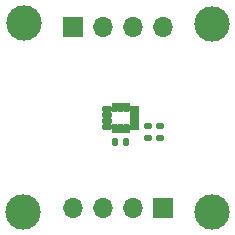
<source format=gbr>
%TF.GenerationSoftware,KiCad,Pcbnew,7.0.10*%
%TF.CreationDate,2025-02-05T15:49:07-05:00*%
%TF.ProjectId,pcb2,70636232-2e6b-4696-9361-645f70636258,rev?*%
%TF.SameCoordinates,Original*%
%TF.FileFunction,Soldermask,Top*%
%TF.FilePolarity,Negative*%
%FSLAX46Y46*%
G04 Gerber Fmt 4.6, Leading zero omitted, Abs format (unit mm)*
G04 Created by KiCad (PCBNEW 7.0.10) date 2025-02-05 15:49:07*
%MOMM*%
%LPD*%
G01*
G04 APERTURE LIST*
G04 Aperture macros list*
%AMRoundRect*
0 Rectangle with rounded corners*
0 $1 Rounding radius*
0 $2 $3 $4 $5 $6 $7 $8 $9 X,Y pos of 4 corners*
0 Add a 4 corners polygon primitive as box body*
4,1,4,$2,$3,$4,$5,$6,$7,$8,$9,$2,$3,0*
0 Add four circle primitives for the rounded corners*
1,1,$1+$1,$2,$3*
1,1,$1+$1,$4,$5*
1,1,$1+$1,$6,$7*
1,1,$1+$1,$8,$9*
0 Add four rect primitives between the rounded corners*
20,1,$1+$1,$2,$3,$4,$5,0*
20,1,$1+$1,$4,$5,$6,$7,0*
20,1,$1+$1,$6,$7,$8,$9,0*
20,1,$1+$1,$8,$9,$2,$3,0*%
G04 Aperture macros list end*
%ADD10C,0.010000*%
%ADD11C,3.000000*%
%ADD12RoundRect,0.140000X-0.140000X-0.170000X0.140000X-0.170000X0.140000X0.170000X-0.140000X0.170000X0*%
%ADD13RoundRect,0.140000X-0.170000X0.140000X-0.170000X-0.140000X0.170000X-0.140000X0.170000X0.140000X0*%
%ADD14R,1.700000X1.700000*%
%ADD15O,1.700000X1.700000*%
G04 APERTURE END LIST*
%TO.C,U1*%
D10*
X159090500Y-102771000D02*
X159097500Y-102772000D01*
X159103500Y-102773000D01*
X159109500Y-102774000D01*
X159116500Y-102776000D01*
X159122500Y-102778000D01*
X159128500Y-102781000D01*
X159134500Y-102784000D01*
X159140500Y-102787000D01*
X159145500Y-102790000D01*
X159150500Y-102794000D01*
X159156500Y-102798000D01*
X159161500Y-102802000D01*
X159165500Y-102807000D01*
X159170500Y-102811000D01*
X159174500Y-102816000D01*
X159178500Y-102822000D01*
X159182500Y-102827000D01*
X159185500Y-102833000D01*
X159188500Y-102838000D01*
X159191500Y-102844000D01*
X159194500Y-102850000D01*
X159196500Y-102856000D01*
X159198500Y-102863000D01*
X159199500Y-102869000D01*
X159200500Y-102875000D01*
X159201500Y-102882000D01*
X159202500Y-102888000D01*
X159202500Y-102895000D01*
X159202500Y-103095000D01*
X159202500Y-103102000D01*
X159201500Y-103108000D01*
X159200500Y-103115000D01*
X159199500Y-103121000D01*
X159198500Y-103127000D01*
X159196500Y-103134000D01*
X159194500Y-103140000D01*
X159191500Y-103146000D01*
X159188500Y-103152000D01*
X159185500Y-103157000D01*
X159182500Y-103163000D01*
X159178500Y-103168000D01*
X159174500Y-103174000D01*
X159170500Y-103179000D01*
X159165500Y-103183000D01*
X159161500Y-103188000D01*
X159156500Y-103192000D01*
X159150500Y-103196000D01*
X159145500Y-103200000D01*
X159140500Y-103203000D01*
X159134500Y-103206000D01*
X159128500Y-103209000D01*
X159122500Y-103212000D01*
X159116500Y-103214000D01*
X159109500Y-103216000D01*
X159103500Y-103217000D01*
X159097500Y-103218000D01*
X159090500Y-103219000D01*
X159084500Y-103220000D01*
X159077500Y-103220000D01*
X158637500Y-103220000D01*
X158630500Y-103220000D01*
X158624500Y-103219000D01*
X158617500Y-103218000D01*
X158611500Y-103217000D01*
X158605500Y-103216000D01*
X158598500Y-103214000D01*
X158592500Y-103212000D01*
X158586500Y-103209000D01*
X158580500Y-103206000D01*
X158574500Y-103203000D01*
X158569500Y-103200000D01*
X158564500Y-103196000D01*
X158558500Y-103192000D01*
X158553500Y-103188000D01*
X158549500Y-103183000D01*
X158544500Y-103179000D01*
X158540500Y-103174000D01*
X158536500Y-103168000D01*
X158532500Y-103163000D01*
X158529500Y-103157000D01*
X158526500Y-103152000D01*
X158523500Y-103146000D01*
X158520500Y-103140000D01*
X158518500Y-103134000D01*
X158516500Y-103127000D01*
X158515500Y-103121000D01*
X158514500Y-103115000D01*
X158513500Y-103108000D01*
X158512500Y-103102000D01*
X158512500Y-103095000D01*
X158512500Y-102895000D01*
X158512500Y-102888000D01*
X158513500Y-102882000D01*
X158514500Y-102875000D01*
X158515500Y-102869000D01*
X158516500Y-102863000D01*
X158518500Y-102856000D01*
X158520500Y-102850000D01*
X158523500Y-102844000D01*
X158526500Y-102838000D01*
X158529500Y-102833000D01*
X158532500Y-102827000D01*
X158536500Y-102822000D01*
X158540500Y-102816000D01*
X158544500Y-102811000D01*
X158549500Y-102807000D01*
X158553500Y-102802000D01*
X158558500Y-102798000D01*
X158564500Y-102794000D01*
X158569500Y-102790000D01*
X158574500Y-102787000D01*
X158580500Y-102784000D01*
X158586500Y-102781000D01*
X158592500Y-102778000D01*
X158598500Y-102776000D01*
X158605500Y-102774000D01*
X158611500Y-102773000D01*
X158617500Y-102772000D01*
X158624500Y-102771000D01*
X158630500Y-102770000D01*
X158637500Y-102770000D01*
X159077500Y-102770000D01*
X159084500Y-102770000D01*
X159090500Y-102771000D01*
G36*
X159090500Y-102771000D02*
G01*
X159097500Y-102772000D01*
X159103500Y-102773000D01*
X159109500Y-102774000D01*
X159116500Y-102776000D01*
X159122500Y-102778000D01*
X159128500Y-102781000D01*
X159134500Y-102784000D01*
X159140500Y-102787000D01*
X159145500Y-102790000D01*
X159150500Y-102794000D01*
X159156500Y-102798000D01*
X159161500Y-102802000D01*
X159165500Y-102807000D01*
X159170500Y-102811000D01*
X159174500Y-102816000D01*
X159178500Y-102822000D01*
X159182500Y-102827000D01*
X159185500Y-102833000D01*
X159188500Y-102838000D01*
X159191500Y-102844000D01*
X159194500Y-102850000D01*
X159196500Y-102856000D01*
X159198500Y-102863000D01*
X159199500Y-102869000D01*
X159200500Y-102875000D01*
X159201500Y-102882000D01*
X159202500Y-102888000D01*
X159202500Y-102895000D01*
X159202500Y-103095000D01*
X159202500Y-103102000D01*
X159201500Y-103108000D01*
X159200500Y-103115000D01*
X159199500Y-103121000D01*
X159198500Y-103127000D01*
X159196500Y-103134000D01*
X159194500Y-103140000D01*
X159191500Y-103146000D01*
X159188500Y-103152000D01*
X159185500Y-103157000D01*
X159182500Y-103163000D01*
X159178500Y-103168000D01*
X159174500Y-103174000D01*
X159170500Y-103179000D01*
X159165500Y-103183000D01*
X159161500Y-103188000D01*
X159156500Y-103192000D01*
X159150500Y-103196000D01*
X159145500Y-103200000D01*
X159140500Y-103203000D01*
X159134500Y-103206000D01*
X159128500Y-103209000D01*
X159122500Y-103212000D01*
X159116500Y-103214000D01*
X159109500Y-103216000D01*
X159103500Y-103217000D01*
X159097500Y-103218000D01*
X159090500Y-103219000D01*
X159084500Y-103220000D01*
X159077500Y-103220000D01*
X158637500Y-103220000D01*
X158630500Y-103220000D01*
X158624500Y-103219000D01*
X158617500Y-103218000D01*
X158611500Y-103217000D01*
X158605500Y-103216000D01*
X158598500Y-103214000D01*
X158592500Y-103212000D01*
X158586500Y-103209000D01*
X158580500Y-103206000D01*
X158574500Y-103203000D01*
X158569500Y-103200000D01*
X158564500Y-103196000D01*
X158558500Y-103192000D01*
X158553500Y-103188000D01*
X158549500Y-103183000D01*
X158544500Y-103179000D01*
X158540500Y-103174000D01*
X158536500Y-103168000D01*
X158532500Y-103163000D01*
X158529500Y-103157000D01*
X158526500Y-103152000D01*
X158523500Y-103146000D01*
X158520500Y-103140000D01*
X158518500Y-103134000D01*
X158516500Y-103127000D01*
X158515500Y-103121000D01*
X158514500Y-103115000D01*
X158513500Y-103108000D01*
X158512500Y-103102000D01*
X158512500Y-103095000D01*
X158512500Y-102895000D01*
X158512500Y-102888000D01*
X158513500Y-102882000D01*
X158514500Y-102875000D01*
X158515500Y-102869000D01*
X158516500Y-102863000D01*
X158518500Y-102856000D01*
X158520500Y-102850000D01*
X158523500Y-102844000D01*
X158526500Y-102838000D01*
X158529500Y-102833000D01*
X158532500Y-102827000D01*
X158536500Y-102822000D01*
X158540500Y-102816000D01*
X158544500Y-102811000D01*
X158549500Y-102807000D01*
X158553500Y-102802000D01*
X158558500Y-102798000D01*
X158564500Y-102794000D01*
X158569500Y-102790000D01*
X158574500Y-102787000D01*
X158580500Y-102784000D01*
X158586500Y-102781000D01*
X158592500Y-102778000D01*
X158598500Y-102776000D01*
X158605500Y-102774000D01*
X158611500Y-102773000D01*
X158617500Y-102772000D01*
X158624500Y-102771000D01*
X158630500Y-102770000D01*
X158637500Y-102770000D01*
X159077500Y-102770000D01*
X159084500Y-102770000D01*
X159090500Y-102771000D01*
G37*
X159090500Y-103271000D02*
X159097500Y-103272000D01*
X159103500Y-103273000D01*
X159109500Y-103274000D01*
X159116500Y-103276000D01*
X159122500Y-103278000D01*
X159128500Y-103281000D01*
X159134500Y-103284000D01*
X159140500Y-103287000D01*
X159145500Y-103290000D01*
X159150500Y-103294000D01*
X159156500Y-103298000D01*
X159161500Y-103302000D01*
X159165500Y-103307000D01*
X159170500Y-103311000D01*
X159174500Y-103316000D01*
X159178500Y-103322000D01*
X159182500Y-103327000D01*
X159185500Y-103333000D01*
X159188500Y-103338000D01*
X159191500Y-103344000D01*
X159194500Y-103350000D01*
X159196500Y-103356000D01*
X159198500Y-103363000D01*
X159199500Y-103369000D01*
X159200500Y-103375000D01*
X159201500Y-103382000D01*
X159202500Y-103388000D01*
X159202500Y-103395000D01*
X159202500Y-103595000D01*
X159202500Y-103602000D01*
X159201500Y-103608000D01*
X159200500Y-103615000D01*
X159199500Y-103621000D01*
X159198500Y-103627000D01*
X159196500Y-103634000D01*
X159194500Y-103640000D01*
X159191500Y-103646000D01*
X159188500Y-103652000D01*
X159185500Y-103657000D01*
X159182500Y-103663000D01*
X159178500Y-103668000D01*
X159174500Y-103674000D01*
X159170500Y-103679000D01*
X159165500Y-103683000D01*
X159161500Y-103688000D01*
X159156500Y-103692000D01*
X159150500Y-103696000D01*
X159145500Y-103700000D01*
X159140500Y-103703000D01*
X159134500Y-103706000D01*
X159128500Y-103709000D01*
X159122500Y-103712000D01*
X159116500Y-103714000D01*
X159109500Y-103716000D01*
X159103500Y-103717000D01*
X159097500Y-103718000D01*
X159090500Y-103719000D01*
X159084500Y-103720000D01*
X159077500Y-103720000D01*
X158637500Y-103720000D01*
X158630500Y-103720000D01*
X158624500Y-103719000D01*
X158617500Y-103718000D01*
X158611500Y-103717000D01*
X158605500Y-103716000D01*
X158598500Y-103714000D01*
X158592500Y-103712000D01*
X158586500Y-103709000D01*
X158580500Y-103706000D01*
X158574500Y-103703000D01*
X158569500Y-103700000D01*
X158564500Y-103696000D01*
X158558500Y-103692000D01*
X158553500Y-103688000D01*
X158549500Y-103683000D01*
X158544500Y-103679000D01*
X158540500Y-103674000D01*
X158536500Y-103668000D01*
X158532500Y-103663000D01*
X158529500Y-103657000D01*
X158526500Y-103652000D01*
X158523500Y-103646000D01*
X158520500Y-103640000D01*
X158518500Y-103634000D01*
X158516500Y-103627000D01*
X158515500Y-103621000D01*
X158514500Y-103615000D01*
X158513500Y-103608000D01*
X158512500Y-103602000D01*
X158512500Y-103595000D01*
X158512500Y-103395000D01*
X158512500Y-103388000D01*
X158513500Y-103382000D01*
X158514500Y-103375000D01*
X158515500Y-103369000D01*
X158516500Y-103363000D01*
X158518500Y-103356000D01*
X158520500Y-103350000D01*
X158523500Y-103344000D01*
X158526500Y-103338000D01*
X158529500Y-103333000D01*
X158532500Y-103327000D01*
X158536500Y-103322000D01*
X158540500Y-103316000D01*
X158544500Y-103311000D01*
X158549500Y-103307000D01*
X158553500Y-103302000D01*
X158558500Y-103298000D01*
X158564500Y-103294000D01*
X158569500Y-103290000D01*
X158574500Y-103287000D01*
X158580500Y-103284000D01*
X158586500Y-103281000D01*
X158592500Y-103278000D01*
X158598500Y-103276000D01*
X158605500Y-103274000D01*
X158611500Y-103273000D01*
X158617500Y-103272000D01*
X158624500Y-103271000D01*
X158630500Y-103270000D01*
X158637500Y-103270000D01*
X159077500Y-103270000D01*
X159084500Y-103270000D01*
X159090500Y-103271000D01*
G36*
X159090500Y-103271000D02*
G01*
X159097500Y-103272000D01*
X159103500Y-103273000D01*
X159109500Y-103274000D01*
X159116500Y-103276000D01*
X159122500Y-103278000D01*
X159128500Y-103281000D01*
X159134500Y-103284000D01*
X159140500Y-103287000D01*
X159145500Y-103290000D01*
X159150500Y-103294000D01*
X159156500Y-103298000D01*
X159161500Y-103302000D01*
X159165500Y-103307000D01*
X159170500Y-103311000D01*
X159174500Y-103316000D01*
X159178500Y-103322000D01*
X159182500Y-103327000D01*
X159185500Y-103333000D01*
X159188500Y-103338000D01*
X159191500Y-103344000D01*
X159194500Y-103350000D01*
X159196500Y-103356000D01*
X159198500Y-103363000D01*
X159199500Y-103369000D01*
X159200500Y-103375000D01*
X159201500Y-103382000D01*
X159202500Y-103388000D01*
X159202500Y-103395000D01*
X159202500Y-103595000D01*
X159202500Y-103602000D01*
X159201500Y-103608000D01*
X159200500Y-103615000D01*
X159199500Y-103621000D01*
X159198500Y-103627000D01*
X159196500Y-103634000D01*
X159194500Y-103640000D01*
X159191500Y-103646000D01*
X159188500Y-103652000D01*
X159185500Y-103657000D01*
X159182500Y-103663000D01*
X159178500Y-103668000D01*
X159174500Y-103674000D01*
X159170500Y-103679000D01*
X159165500Y-103683000D01*
X159161500Y-103688000D01*
X159156500Y-103692000D01*
X159150500Y-103696000D01*
X159145500Y-103700000D01*
X159140500Y-103703000D01*
X159134500Y-103706000D01*
X159128500Y-103709000D01*
X159122500Y-103712000D01*
X159116500Y-103714000D01*
X159109500Y-103716000D01*
X159103500Y-103717000D01*
X159097500Y-103718000D01*
X159090500Y-103719000D01*
X159084500Y-103720000D01*
X159077500Y-103720000D01*
X158637500Y-103720000D01*
X158630500Y-103720000D01*
X158624500Y-103719000D01*
X158617500Y-103718000D01*
X158611500Y-103717000D01*
X158605500Y-103716000D01*
X158598500Y-103714000D01*
X158592500Y-103712000D01*
X158586500Y-103709000D01*
X158580500Y-103706000D01*
X158574500Y-103703000D01*
X158569500Y-103700000D01*
X158564500Y-103696000D01*
X158558500Y-103692000D01*
X158553500Y-103688000D01*
X158549500Y-103683000D01*
X158544500Y-103679000D01*
X158540500Y-103674000D01*
X158536500Y-103668000D01*
X158532500Y-103663000D01*
X158529500Y-103657000D01*
X158526500Y-103652000D01*
X158523500Y-103646000D01*
X158520500Y-103640000D01*
X158518500Y-103634000D01*
X158516500Y-103627000D01*
X158515500Y-103621000D01*
X158514500Y-103615000D01*
X158513500Y-103608000D01*
X158512500Y-103602000D01*
X158512500Y-103595000D01*
X158512500Y-103395000D01*
X158512500Y-103388000D01*
X158513500Y-103382000D01*
X158514500Y-103375000D01*
X158515500Y-103369000D01*
X158516500Y-103363000D01*
X158518500Y-103356000D01*
X158520500Y-103350000D01*
X158523500Y-103344000D01*
X158526500Y-103338000D01*
X158529500Y-103333000D01*
X158532500Y-103327000D01*
X158536500Y-103322000D01*
X158540500Y-103316000D01*
X158544500Y-103311000D01*
X158549500Y-103307000D01*
X158553500Y-103302000D01*
X158558500Y-103298000D01*
X158564500Y-103294000D01*
X158569500Y-103290000D01*
X158574500Y-103287000D01*
X158580500Y-103284000D01*
X158586500Y-103281000D01*
X158592500Y-103278000D01*
X158598500Y-103276000D01*
X158605500Y-103274000D01*
X158611500Y-103273000D01*
X158617500Y-103272000D01*
X158624500Y-103271000D01*
X158630500Y-103270000D01*
X158637500Y-103270000D01*
X159077500Y-103270000D01*
X159084500Y-103270000D01*
X159090500Y-103271000D01*
G37*
X159090500Y-103771000D02*
X159097500Y-103772000D01*
X159103500Y-103773000D01*
X159109500Y-103774000D01*
X159116500Y-103776000D01*
X159122500Y-103778000D01*
X159128500Y-103781000D01*
X159134500Y-103784000D01*
X159140500Y-103787000D01*
X159145500Y-103790000D01*
X159150500Y-103794000D01*
X159156500Y-103798000D01*
X159161500Y-103802000D01*
X159165500Y-103807000D01*
X159170500Y-103811000D01*
X159174500Y-103816000D01*
X159178500Y-103822000D01*
X159182500Y-103827000D01*
X159185500Y-103833000D01*
X159188500Y-103838000D01*
X159191500Y-103844000D01*
X159194500Y-103850000D01*
X159196500Y-103856000D01*
X159198500Y-103863000D01*
X159199500Y-103869000D01*
X159200500Y-103875000D01*
X159201500Y-103882000D01*
X159202500Y-103888000D01*
X159202500Y-103895000D01*
X159202500Y-104095000D01*
X159202500Y-104102000D01*
X159201500Y-104108000D01*
X159200500Y-104115000D01*
X159199500Y-104121000D01*
X159198500Y-104127000D01*
X159196500Y-104134000D01*
X159194500Y-104140000D01*
X159191500Y-104146000D01*
X159188500Y-104152000D01*
X159185500Y-104157000D01*
X159182500Y-104163000D01*
X159178500Y-104168000D01*
X159174500Y-104174000D01*
X159170500Y-104179000D01*
X159165500Y-104183000D01*
X159161500Y-104188000D01*
X159156500Y-104192000D01*
X159150500Y-104196000D01*
X159145500Y-104200000D01*
X159140500Y-104203000D01*
X159134500Y-104206000D01*
X159128500Y-104209000D01*
X159122500Y-104212000D01*
X159116500Y-104214000D01*
X159109500Y-104216000D01*
X159103500Y-104217000D01*
X159097500Y-104218000D01*
X159090500Y-104219000D01*
X159084500Y-104220000D01*
X159077500Y-104220000D01*
X158637500Y-104220000D01*
X158630500Y-104220000D01*
X158624500Y-104219000D01*
X158617500Y-104218000D01*
X158611500Y-104217000D01*
X158605500Y-104216000D01*
X158598500Y-104214000D01*
X158592500Y-104212000D01*
X158586500Y-104209000D01*
X158580500Y-104206000D01*
X158574500Y-104203000D01*
X158569500Y-104200000D01*
X158564500Y-104196000D01*
X158558500Y-104192000D01*
X158553500Y-104188000D01*
X158549500Y-104183000D01*
X158544500Y-104179000D01*
X158540500Y-104174000D01*
X158536500Y-104168000D01*
X158532500Y-104163000D01*
X158529500Y-104157000D01*
X158526500Y-104152000D01*
X158523500Y-104146000D01*
X158520500Y-104140000D01*
X158518500Y-104134000D01*
X158516500Y-104127000D01*
X158515500Y-104121000D01*
X158514500Y-104115000D01*
X158513500Y-104108000D01*
X158512500Y-104102000D01*
X158512500Y-104095000D01*
X158512500Y-103895000D01*
X158512500Y-103888000D01*
X158513500Y-103882000D01*
X158514500Y-103875000D01*
X158515500Y-103869000D01*
X158516500Y-103863000D01*
X158518500Y-103856000D01*
X158520500Y-103850000D01*
X158523500Y-103844000D01*
X158526500Y-103838000D01*
X158529500Y-103833000D01*
X158532500Y-103827000D01*
X158536500Y-103822000D01*
X158540500Y-103816000D01*
X158544500Y-103811000D01*
X158549500Y-103807000D01*
X158553500Y-103802000D01*
X158558500Y-103798000D01*
X158564500Y-103794000D01*
X158569500Y-103790000D01*
X158574500Y-103787000D01*
X158580500Y-103784000D01*
X158586500Y-103781000D01*
X158592500Y-103778000D01*
X158598500Y-103776000D01*
X158605500Y-103774000D01*
X158611500Y-103773000D01*
X158617500Y-103772000D01*
X158624500Y-103771000D01*
X158630500Y-103770000D01*
X158637500Y-103770000D01*
X159077500Y-103770000D01*
X159084500Y-103770000D01*
X159090500Y-103771000D01*
G36*
X159090500Y-103771000D02*
G01*
X159097500Y-103772000D01*
X159103500Y-103773000D01*
X159109500Y-103774000D01*
X159116500Y-103776000D01*
X159122500Y-103778000D01*
X159128500Y-103781000D01*
X159134500Y-103784000D01*
X159140500Y-103787000D01*
X159145500Y-103790000D01*
X159150500Y-103794000D01*
X159156500Y-103798000D01*
X159161500Y-103802000D01*
X159165500Y-103807000D01*
X159170500Y-103811000D01*
X159174500Y-103816000D01*
X159178500Y-103822000D01*
X159182500Y-103827000D01*
X159185500Y-103833000D01*
X159188500Y-103838000D01*
X159191500Y-103844000D01*
X159194500Y-103850000D01*
X159196500Y-103856000D01*
X159198500Y-103863000D01*
X159199500Y-103869000D01*
X159200500Y-103875000D01*
X159201500Y-103882000D01*
X159202500Y-103888000D01*
X159202500Y-103895000D01*
X159202500Y-104095000D01*
X159202500Y-104102000D01*
X159201500Y-104108000D01*
X159200500Y-104115000D01*
X159199500Y-104121000D01*
X159198500Y-104127000D01*
X159196500Y-104134000D01*
X159194500Y-104140000D01*
X159191500Y-104146000D01*
X159188500Y-104152000D01*
X159185500Y-104157000D01*
X159182500Y-104163000D01*
X159178500Y-104168000D01*
X159174500Y-104174000D01*
X159170500Y-104179000D01*
X159165500Y-104183000D01*
X159161500Y-104188000D01*
X159156500Y-104192000D01*
X159150500Y-104196000D01*
X159145500Y-104200000D01*
X159140500Y-104203000D01*
X159134500Y-104206000D01*
X159128500Y-104209000D01*
X159122500Y-104212000D01*
X159116500Y-104214000D01*
X159109500Y-104216000D01*
X159103500Y-104217000D01*
X159097500Y-104218000D01*
X159090500Y-104219000D01*
X159084500Y-104220000D01*
X159077500Y-104220000D01*
X158637500Y-104220000D01*
X158630500Y-104220000D01*
X158624500Y-104219000D01*
X158617500Y-104218000D01*
X158611500Y-104217000D01*
X158605500Y-104216000D01*
X158598500Y-104214000D01*
X158592500Y-104212000D01*
X158586500Y-104209000D01*
X158580500Y-104206000D01*
X158574500Y-104203000D01*
X158569500Y-104200000D01*
X158564500Y-104196000D01*
X158558500Y-104192000D01*
X158553500Y-104188000D01*
X158549500Y-104183000D01*
X158544500Y-104179000D01*
X158540500Y-104174000D01*
X158536500Y-104168000D01*
X158532500Y-104163000D01*
X158529500Y-104157000D01*
X158526500Y-104152000D01*
X158523500Y-104146000D01*
X158520500Y-104140000D01*
X158518500Y-104134000D01*
X158516500Y-104127000D01*
X158515500Y-104121000D01*
X158514500Y-104115000D01*
X158513500Y-104108000D01*
X158512500Y-104102000D01*
X158512500Y-104095000D01*
X158512500Y-103895000D01*
X158512500Y-103888000D01*
X158513500Y-103882000D01*
X158514500Y-103875000D01*
X158515500Y-103869000D01*
X158516500Y-103863000D01*
X158518500Y-103856000D01*
X158520500Y-103850000D01*
X158523500Y-103844000D01*
X158526500Y-103838000D01*
X158529500Y-103833000D01*
X158532500Y-103827000D01*
X158536500Y-103822000D01*
X158540500Y-103816000D01*
X158544500Y-103811000D01*
X158549500Y-103807000D01*
X158553500Y-103802000D01*
X158558500Y-103798000D01*
X158564500Y-103794000D01*
X158569500Y-103790000D01*
X158574500Y-103787000D01*
X158580500Y-103784000D01*
X158586500Y-103781000D01*
X158592500Y-103778000D01*
X158598500Y-103776000D01*
X158605500Y-103774000D01*
X158611500Y-103773000D01*
X158617500Y-103772000D01*
X158624500Y-103771000D01*
X158630500Y-103770000D01*
X158637500Y-103770000D01*
X159077500Y-103770000D01*
X159084500Y-103770000D01*
X159090500Y-103771000D01*
G37*
X159090500Y-104271000D02*
X159097500Y-104272000D01*
X159103500Y-104273000D01*
X159109500Y-104274000D01*
X159116500Y-104276000D01*
X159122500Y-104278000D01*
X159128500Y-104281000D01*
X159134500Y-104284000D01*
X159140500Y-104287000D01*
X159145500Y-104290000D01*
X159150500Y-104294000D01*
X159156500Y-104298000D01*
X159161500Y-104302000D01*
X159165500Y-104307000D01*
X159170500Y-104311000D01*
X159174500Y-104316000D01*
X159178500Y-104322000D01*
X159182500Y-104327000D01*
X159185500Y-104333000D01*
X159188500Y-104338000D01*
X159191500Y-104344000D01*
X159194500Y-104350000D01*
X159196500Y-104356000D01*
X159198500Y-104363000D01*
X159199500Y-104369000D01*
X159200500Y-104375000D01*
X159201500Y-104382000D01*
X159202500Y-104388000D01*
X159202500Y-104395000D01*
X159202500Y-104595000D01*
X159202500Y-104602000D01*
X159201500Y-104608000D01*
X159200500Y-104615000D01*
X159199500Y-104621000D01*
X159198500Y-104627000D01*
X159196500Y-104634000D01*
X159194500Y-104640000D01*
X159191500Y-104646000D01*
X159188500Y-104652000D01*
X159185500Y-104657000D01*
X159182500Y-104663000D01*
X159178500Y-104668000D01*
X159174500Y-104674000D01*
X159170500Y-104679000D01*
X159165500Y-104683000D01*
X159161500Y-104688000D01*
X159156500Y-104692000D01*
X159150500Y-104696000D01*
X159145500Y-104700000D01*
X159140500Y-104703000D01*
X159134500Y-104706000D01*
X159128500Y-104709000D01*
X159122500Y-104712000D01*
X159116500Y-104714000D01*
X159109500Y-104716000D01*
X159103500Y-104717000D01*
X159097500Y-104718000D01*
X159090500Y-104719000D01*
X159084500Y-104720000D01*
X159077500Y-104720000D01*
X158637500Y-104720000D01*
X158630500Y-104720000D01*
X158624500Y-104719000D01*
X158617500Y-104718000D01*
X158611500Y-104717000D01*
X158605500Y-104716000D01*
X158598500Y-104714000D01*
X158592500Y-104712000D01*
X158586500Y-104709000D01*
X158580500Y-104706000D01*
X158574500Y-104703000D01*
X158569500Y-104700000D01*
X158564500Y-104696000D01*
X158558500Y-104692000D01*
X158553500Y-104688000D01*
X158549500Y-104683000D01*
X158544500Y-104679000D01*
X158540500Y-104674000D01*
X158536500Y-104668000D01*
X158532500Y-104663000D01*
X158529500Y-104657000D01*
X158526500Y-104652000D01*
X158523500Y-104646000D01*
X158520500Y-104640000D01*
X158518500Y-104634000D01*
X158516500Y-104627000D01*
X158515500Y-104621000D01*
X158514500Y-104615000D01*
X158513500Y-104608000D01*
X158512500Y-104602000D01*
X158512500Y-104595000D01*
X158512500Y-104395000D01*
X158512500Y-104388000D01*
X158513500Y-104382000D01*
X158514500Y-104375000D01*
X158515500Y-104369000D01*
X158516500Y-104363000D01*
X158518500Y-104356000D01*
X158520500Y-104350000D01*
X158523500Y-104344000D01*
X158526500Y-104338000D01*
X158529500Y-104333000D01*
X158532500Y-104327000D01*
X158536500Y-104322000D01*
X158540500Y-104316000D01*
X158544500Y-104311000D01*
X158549500Y-104307000D01*
X158553500Y-104302000D01*
X158558500Y-104298000D01*
X158564500Y-104294000D01*
X158569500Y-104290000D01*
X158574500Y-104287000D01*
X158580500Y-104284000D01*
X158586500Y-104281000D01*
X158592500Y-104278000D01*
X158598500Y-104276000D01*
X158605500Y-104274000D01*
X158611500Y-104273000D01*
X158617500Y-104272000D01*
X158624500Y-104271000D01*
X158630500Y-104270000D01*
X158637500Y-104270000D01*
X159077500Y-104270000D01*
X159084500Y-104270000D01*
X159090500Y-104271000D01*
G36*
X159090500Y-104271000D02*
G01*
X159097500Y-104272000D01*
X159103500Y-104273000D01*
X159109500Y-104274000D01*
X159116500Y-104276000D01*
X159122500Y-104278000D01*
X159128500Y-104281000D01*
X159134500Y-104284000D01*
X159140500Y-104287000D01*
X159145500Y-104290000D01*
X159150500Y-104294000D01*
X159156500Y-104298000D01*
X159161500Y-104302000D01*
X159165500Y-104307000D01*
X159170500Y-104311000D01*
X159174500Y-104316000D01*
X159178500Y-104322000D01*
X159182500Y-104327000D01*
X159185500Y-104333000D01*
X159188500Y-104338000D01*
X159191500Y-104344000D01*
X159194500Y-104350000D01*
X159196500Y-104356000D01*
X159198500Y-104363000D01*
X159199500Y-104369000D01*
X159200500Y-104375000D01*
X159201500Y-104382000D01*
X159202500Y-104388000D01*
X159202500Y-104395000D01*
X159202500Y-104595000D01*
X159202500Y-104602000D01*
X159201500Y-104608000D01*
X159200500Y-104615000D01*
X159199500Y-104621000D01*
X159198500Y-104627000D01*
X159196500Y-104634000D01*
X159194500Y-104640000D01*
X159191500Y-104646000D01*
X159188500Y-104652000D01*
X159185500Y-104657000D01*
X159182500Y-104663000D01*
X159178500Y-104668000D01*
X159174500Y-104674000D01*
X159170500Y-104679000D01*
X159165500Y-104683000D01*
X159161500Y-104688000D01*
X159156500Y-104692000D01*
X159150500Y-104696000D01*
X159145500Y-104700000D01*
X159140500Y-104703000D01*
X159134500Y-104706000D01*
X159128500Y-104709000D01*
X159122500Y-104712000D01*
X159116500Y-104714000D01*
X159109500Y-104716000D01*
X159103500Y-104717000D01*
X159097500Y-104718000D01*
X159090500Y-104719000D01*
X159084500Y-104720000D01*
X159077500Y-104720000D01*
X158637500Y-104720000D01*
X158630500Y-104720000D01*
X158624500Y-104719000D01*
X158617500Y-104718000D01*
X158611500Y-104717000D01*
X158605500Y-104716000D01*
X158598500Y-104714000D01*
X158592500Y-104712000D01*
X158586500Y-104709000D01*
X158580500Y-104706000D01*
X158574500Y-104703000D01*
X158569500Y-104700000D01*
X158564500Y-104696000D01*
X158558500Y-104692000D01*
X158553500Y-104688000D01*
X158549500Y-104683000D01*
X158544500Y-104679000D01*
X158540500Y-104674000D01*
X158536500Y-104668000D01*
X158532500Y-104663000D01*
X158529500Y-104657000D01*
X158526500Y-104652000D01*
X158523500Y-104646000D01*
X158520500Y-104640000D01*
X158518500Y-104634000D01*
X158516500Y-104627000D01*
X158515500Y-104621000D01*
X158514500Y-104615000D01*
X158513500Y-104608000D01*
X158512500Y-104602000D01*
X158512500Y-104595000D01*
X158512500Y-104395000D01*
X158512500Y-104388000D01*
X158513500Y-104382000D01*
X158514500Y-104375000D01*
X158515500Y-104369000D01*
X158516500Y-104363000D01*
X158518500Y-104356000D01*
X158520500Y-104350000D01*
X158523500Y-104344000D01*
X158526500Y-104338000D01*
X158529500Y-104333000D01*
X158532500Y-104327000D01*
X158536500Y-104322000D01*
X158540500Y-104316000D01*
X158544500Y-104311000D01*
X158549500Y-104307000D01*
X158553500Y-104302000D01*
X158558500Y-104298000D01*
X158564500Y-104294000D01*
X158569500Y-104290000D01*
X158574500Y-104287000D01*
X158580500Y-104284000D01*
X158586500Y-104281000D01*
X158592500Y-104278000D01*
X158598500Y-104276000D01*
X158605500Y-104274000D01*
X158611500Y-104273000D01*
X158617500Y-104272000D01*
X158624500Y-104271000D01*
X158630500Y-104270000D01*
X158637500Y-104270000D01*
X159077500Y-104270000D01*
X159084500Y-104270000D01*
X159090500Y-104271000D01*
G37*
X159635500Y-102486000D02*
X159642500Y-102487000D01*
X159648500Y-102488000D01*
X159654500Y-102489000D01*
X159661500Y-102491000D01*
X159667500Y-102493000D01*
X159673500Y-102496000D01*
X159679500Y-102499000D01*
X159684500Y-102502000D01*
X159690500Y-102505000D01*
X159695500Y-102509000D01*
X159701500Y-102513000D01*
X159706500Y-102517000D01*
X159710500Y-102522000D01*
X159715500Y-102526000D01*
X159719500Y-102531000D01*
X159723500Y-102537000D01*
X159727500Y-102542000D01*
X159730500Y-102547000D01*
X159733500Y-102553000D01*
X159736500Y-102559000D01*
X159739500Y-102565000D01*
X159741500Y-102571000D01*
X159743500Y-102578000D01*
X159744500Y-102584000D01*
X159745500Y-102590000D01*
X159746500Y-102597000D01*
X159747500Y-102603000D01*
X159747500Y-102610000D01*
X159747500Y-103050000D01*
X159747500Y-103057000D01*
X159746500Y-103063000D01*
X159745500Y-103070000D01*
X159744500Y-103076000D01*
X159743500Y-103082000D01*
X159741500Y-103089000D01*
X159739500Y-103095000D01*
X159736500Y-103101000D01*
X159733500Y-103107000D01*
X159730500Y-103113000D01*
X159727500Y-103118000D01*
X159723500Y-103123000D01*
X159719500Y-103129000D01*
X159715500Y-103134000D01*
X159710500Y-103138000D01*
X159706500Y-103143000D01*
X159701500Y-103147000D01*
X159695500Y-103151000D01*
X159690500Y-103155000D01*
X159684500Y-103158000D01*
X159679500Y-103161000D01*
X159673500Y-103164000D01*
X159667500Y-103167000D01*
X159661500Y-103169000D01*
X159654500Y-103171000D01*
X159648500Y-103172000D01*
X159642500Y-103173000D01*
X159635500Y-103174000D01*
X159629500Y-103175000D01*
X159622500Y-103175000D01*
X159422500Y-103175000D01*
X159415500Y-103175000D01*
X159409500Y-103174000D01*
X159402500Y-103173000D01*
X159396500Y-103172000D01*
X159390500Y-103171000D01*
X159383500Y-103169000D01*
X159377500Y-103167000D01*
X159371500Y-103164000D01*
X159365500Y-103161000D01*
X159359500Y-103158000D01*
X159354500Y-103155000D01*
X159349500Y-103151000D01*
X159343500Y-103147000D01*
X159338500Y-103143000D01*
X159334500Y-103138000D01*
X159329500Y-103134000D01*
X159325500Y-103129000D01*
X159321500Y-103123000D01*
X159317500Y-103118000D01*
X159314500Y-103113000D01*
X159311500Y-103107000D01*
X159308500Y-103101000D01*
X159305500Y-103095000D01*
X159303500Y-103089000D01*
X159301500Y-103082000D01*
X159300500Y-103076000D01*
X159299500Y-103070000D01*
X159298500Y-103063000D01*
X159297500Y-103057000D01*
X159297500Y-103050000D01*
X159297500Y-102610000D01*
X159297500Y-102603000D01*
X159298500Y-102597000D01*
X159299500Y-102590000D01*
X159300500Y-102584000D01*
X159301500Y-102578000D01*
X159303500Y-102571000D01*
X159305500Y-102565000D01*
X159308500Y-102559000D01*
X159311500Y-102553000D01*
X159314500Y-102547000D01*
X159317500Y-102542000D01*
X159321500Y-102537000D01*
X159325500Y-102531000D01*
X159329500Y-102526000D01*
X159334500Y-102522000D01*
X159338500Y-102517000D01*
X159343500Y-102513000D01*
X159349500Y-102509000D01*
X159354500Y-102505000D01*
X159360500Y-102502000D01*
X159365500Y-102499000D01*
X159371500Y-102496000D01*
X159377500Y-102493000D01*
X159383500Y-102491000D01*
X159390500Y-102489000D01*
X159396500Y-102488000D01*
X159402500Y-102487000D01*
X159409500Y-102486000D01*
X159415500Y-102485000D01*
X159422500Y-102485000D01*
X159622500Y-102485000D01*
X159629500Y-102485000D01*
X159635500Y-102486000D01*
G36*
X159635500Y-102486000D02*
G01*
X159642500Y-102487000D01*
X159648500Y-102488000D01*
X159654500Y-102489000D01*
X159661500Y-102491000D01*
X159667500Y-102493000D01*
X159673500Y-102496000D01*
X159679500Y-102499000D01*
X159684500Y-102502000D01*
X159690500Y-102505000D01*
X159695500Y-102509000D01*
X159701500Y-102513000D01*
X159706500Y-102517000D01*
X159710500Y-102522000D01*
X159715500Y-102526000D01*
X159719500Y-102531000D01*
X159723500Y-102537000D01*
X159727500Y-102542000D01*
X159730500Y-102547000D01*
X159733500Y-102553000D01*
X159736500Y-102559000D01*
X159739500Y-102565000D01*
X159741500Y-102571000D01*
X159743500Y-102578000D01*
X159744500Y-102584000D01*
X159745500Y-102590000D01*
X159746500Y-102597000D01*
X159747500Y-102603000D01*
X159747500Y-102610000D01*
X159747500Y-103050000D01*
X159747500Y-103057000D01*
X159746500Y-103063000D01*
X159745500Y-103070000D01*
X159744500Y-103076000D01*
X159743500Y-103082000D01*
X159741500Y-103089000D01*
X159739500Y-103095000D01*
X159736500Y-103101000D01*
X159733500Y-103107000D01*
X159730500Y-103113000D01*
X159727500Y-103118000D01*
X159723500Y-103123000D01*
X159719500Y-103129000D01*
X159715500Y-103134000D01*
X159710500Y-103138000D01*
X159706500Y-103143000D01*
X159701500Y-103147000D01*
X159695500Y-103151000D01*
X159690500Y-103155000D01*
X159684500Y-103158000D01*
X159679500Y-103161000D01*
X159673500Y-103164000D01*
X159667500Y-103167000D01*
X159661500Y-103169000D01*
X159654500Y-103171000D01*
X159648500Y-103172000D01*
X159642500Y-103173000D01*
X159635500Y-103174000D01*
X159629500Y-103175000D01*
X159622500Y-103175000D01*
X159422500Y-103175000D01*
X159415500Y-103175000D01*
X159409500Y-103174000D01*
X159402500Y-103173000D01*
X159396500Y-103172000D01*
X159390500Y-103171000D01*
X159383500Y-103169000D01*
X159377500Y-103167000D01*
X159371500Y-103164000D01*
X159365500Y-103161000D01*
X159359500Y-103158000D01*
X159354500Y-103155000D01*
X159349500Y-103151000D01*
X159343500Y-103147000D01*
X159338500Y-103143000D01*
X159334500Y-103138000D01*
X159329500Y-103134000D01*
X159325500Y-103129000D01*
X159321500Y-103123000D01*
X159317500Y-103118000D01*
X159314500Y-103113000D01*
X159311500Y-103107000D01*
X159308500Y-103101000D01*
X159305500Y-103095000D01*
X159303500Y-103089000D01*
X159301500Y-103082000D01*
X159300500Y-103076000D01*
X159299500Y-103070000D01*
X159298500Y-103063000D01*
X159297500Y-103057000D01*
X159297500Y-103050000D01*
X159297500Y-102610000D01*
X159297500Y-102603000D01*
X159298500Y-102597000D01*
X159299500Y-102590000D01*
X159300500Y-102584000D01*
X159301500Y-102578000D01*
X159303500Y-102571000D01*
X159305500Y-102565000D01*
X159308500Y-102559000D01*
X159311500Y-102553000D01*
X159314500Y-102547000D01*
X159317500Y-102542000D01*
X159321500Y-102537000D01*
X159325500Y-102531000D01*
X159329500Y-102526000D01*
X159334500Y-102522000D01*
X159338500Y-102517000D01*
X159343500Y-102513000D01*
X159349500Y-102509000D01*
X159354500Y-102505000D01*
X159360500Y-102502000D01*
X159365500Y-102499000D01*
X159371500Y-102496000D01*
X159377500Y-102493000D01*
X159383500Y-102491000D01*
X159390500Y-102489000D01*
X159396500Y-102488000D01*
X159402500Y-102487000D01*
X159409500Y-102486000D01*
X159415500Y-102485000D01*
X159422500Y-102485000D01*
X159622500Y-102485000D01*
X159629500Y-102485000D01*
X159635500Y-102486000D01*
G37*
X159635500Y-104316000D02*
X159642500Y-104317000D01*
X159648500Y-104318000D01*
X159654500Y-104319000D01*
X159661500Y-104321000D01*
X159667500Y-104323000D01*
X159673500Y-104326000D01*
X159679500Y-104329000D01*
X159684500Y-104332000D01*
X159690500Y-104335000D01*
X159695500Y-104339000D01*
X159701500Y-104343000D01*
X159706500Y-104347000D01*
X159710500Y-104352000D01*
X159715500Y-104356000D01*
X159719500Y-104361000D01*
X159723500Y-104367000D01*
X159727500Y-104372000D01*
X159730500Y-104377000D01*
X159733500Y-104383000D01*
X159736500Y-104389000D01*
X159739500Y-104395000D01*
X159741500Y-104401000D01*
X159743500Y-104408000D01*
X159744500Y-104414000D01*
X159745500Y-104420000D01*
X159746500Y-104427000D01*
X159747500Y-104433000D01*
X159747500Y-104440000D01*
X159747500Y-104880000D01*
X159747500Y-104887000D01*
X159746500Y-104893000D01*
X159745500Y-104900000D01*
X159744500Y-104906000D01*
X159743500Y-104912000D01*
X159741500Y-104919000D01*
X159739500Y-104925000D01*
X159736500Y-104931000D01*
X159733500Y-104937000D01*
X159730500Y-104943000D01*
X159727500Y-104948000D01*
X159723500Y-104953000D01*
X159719500Y-104959000D01*
X159715500Y-104964000D01*
X159710500Y-104968000D01*
X159706500Y-104973000D01*
X159701500Y-104977000D01*
X159695500Y-104981000D01*
X159690500Y-104985000D01*
X159684500Y-104988000D01*
X159679500Y-104991000D01*
X159673500Y-104994000D01*
X159667500Y-104997000D01*
X159661500Y-104999000D01*
X159654500Y-105001000D01*
X159648500Y-105002000D01*
X159642500Y-105003000D01*
X159635500Y-105004000D01*
X159629500Y-105005000D01*
X159622500Y-105005000D01*
X159422500Y-105005000D01*
X159415500Y-105005000D01*
X159409500Y-105004000D01*
X159402500Y-105003000D01*
X159396500Y-105002000D01*
X159390500Y-105001000D01*
X159383500Y-104999000D01*
X159377500Y-104997000D01*
X159371500Y-104994000D01*
X159365500Y-104991000D01*
X159359500Y-104988000D01*
X159354500Y-104985000D01*
X159349500Y-104981000D01*
X159343500Y-104977000D01*
X159338500Y-104973000D01*
X159334500Y-104968000D01*
X159329500Y-104964000D01*
X159325500Y-104959000D01*
X159321500Y-104953000D01*
X159317500Y-104948000D01*
X159314500Y-104943000D01*
X159311500Y-104937000D01*
X159308500Y-104931000D01*
X159305500Y-104925000D01*
X159303500Y-104919000D01*
X159301500Y-104912000D01*
X159300500Y-104906000D01*
X159299500Y-104900000D01*
X159298500Y-104893000D01*
X159297500Y-104887000D01*
X159297500Y-104880000D01*
X159297500Y-104440000D01*
X159297500Y-104433000D01*
X159298500Y-104427000D01*
X159299500Y-104420000D01*
X159300500Y-104414000D01*
X159301500Y-104408000D01*
X159303500Y-104401000D01*
X159305500Y-104395000D01*
X159308500Y-104389000D01*
X159311500Y-104383000D01*
X159314500Y-104377000D01*
X159317500Y-104372000D01*
X159321500Y-104367000D01*
X159325500Y-104361000D01*
X159329500Y-104356000D01*
X159334500Y-104352000D01*
X159338500Y-104347000D01*
X159343500Y-104343000D01*
X159349500Y-104339000D01*
X159354500Y-104335000D01*
X159360500Y-104332000D01*
X159365500Y-104329000D01*
X159371500Y-104326000D01*
X159377500Y-104323000D01*
X159383500Y-104321000D01*
X159390500Y-104319000D01*
X159396500Y-104318000D01*
X159402500Y-104317000D01*
X159409500Y-104316000D01*
X159415500Y-104315000D01*
X159422500Y-104315000D01*
X159622500Y-104315000D01*
X159629500Y-104315000D01*
X159635500Y-104316000D01*
G36*
X159635500Y-104316000D02*
G01*
X159642500Y-104317000D01*
X159648500Y-104318000D01*
X159654500Y-104319000D01*
X159661500Y-104321000D01*
X159667500Y-104323000D01*
X159673500Y-104326000D01*
X159679500Y-104329000D01*
X159684500Y-104332000D01*
X159690500Y-104335000D01*
X159695500Y-104339000D01*
X159701500Y-104343000D01*
X159706500Y-104347000D01*
X159710500Y-104352000D01*
X159715500Y-104356000D01*
X159719500Y-104361000D01*
X159723500Y-104367000D01*
X159727500Y-104372000D01*
X159730500Y-104377000D01*
X159733500Y-104383000D01*
X159736500Y-104389000D01*
X159739500Y-104395000D01*
X159741500Y-104401000D01*
X159743500Y-104408000D01*
X159744500Y-104414000D01*
X159745500Y-104420000D01*
X159746500Y-104427000D01*
X159747500Y-104433000D01*
X159747500Y-104440000D01*
X159747500Y-104880000D01*
X159747500Y-104887000D01*
X159746500Y-104893000D01*
X159745500Y-104900000D01*
X159744500Y-104906000D01*
X159743500Y-104912000D01*
X159741500Y-104919000D01*
X159739500Y-104925000D01*
X159736500Y-104931000D01*
X159733500Y-104937000D01*
X159730500Y-104943000D01*
X159727500Y-104948000D01*
X159723500Y-104953000D01*
X159719500Y-104959000D01*
X159715500Y-104964000D01*
X159710500Y-104968000D01*
X159706500Y-104973000D01*
X159701500Y-104977000D01*
X159695500Y-104981000D01*
X159690500Y-104985000D01*
X159684500Y-104988000D01*
X159679500Y-104991000D01*
X159673500Y-104994000D01*
X159667500Y-104997000D01*
X159661500Y-104999000D01*
X159654500Y-105001000D01*
X159648500Y-105002000D01*
X159642500Y-105003000D01*
X159635500Y-105004000D01*
X159629500Y-105005000D01*
X159622500Y-105005000D01*
X159422500Y-105005000D01*
X159415500Y-105005000D01*
X159409500Y-105004000D01*
X159402500Y-105003000D01*
X159396500Y-105002000D01*
X159390500Y-105001000D01*
X159383500Y-104999000D01*
X159377500Y-104997000D01*
X159371500Y-104994000D01*
X159365500Y-104991000D01*
X159359500Y-104988000D01*
X159354500Y-104985000D01*
X159349500Y-104981000D01*
X159343500Y-104977000D01*
X159338500Y-104973000D01*
X159334500Y-104968000D01*
X159329500Y-104964000D01*
X159325500Y-104959000D01*
X159321500Y-104953000D01*
X159317500Y-104948000D01*
X159314500Y-104943000D01*
X159311500Y-104937000D01*
X159308500Y-104931000D01*
X159305500Y-104925000D01*
X159303500Y-104919000D01*
X159301500Y-104912000D01*
X159300500Y-104906000D01*
X159299500Y-104900000D01*
X159298500Y-104893000D01*
X159297500Y-104887000D01*
X159297500Y-104880000D01*
X159297500Y-104440000D01*
X159297500Y-104433000D01*
X159298500Y-104427000D01*
X159299500Y-104420000D01*
X159300500Y-104414000D01*
X159301500Y-104408000D01*
X159303500Y-104401000D01*
X159305500Y-104395000D01*
X159308500Y-104389000D01*
X159311500Y-104383000D01*
X159314500Y-104377000D01*
X159317500Y-104372000D01*
X159321500Y-104367000D01*
X159325500Y-104361000D01*
X159329500Y-104356000D01*
X159334500Y-104352000D01*
X159338500Y-104347000D01*
X159343500Y-104343000D01*
X159349500Y-104339000D01*
X159354500Y-104335000D01*
X159360500Y-104332000D01*
X159365500Y-104329000D01*
X159371500Y-104326000D01*
X159377500Y-104323000D01*
X159383500Y-104321000D01*
X159390500Y-104319000D01*
X159396500Y-104318000D01*
X159402500Y-104317000D01*
X159409500Y-104316000D01*
X159415500Y-104315000D01*
X159422500Y-104315000D01*
X159622500Y-104315000D01*
X159629500Y-104315000D01*
X159635500Y-104316000D01*
G37*
X160135500Y-102486000D02*
X160142500Y-102487000D01*
X160148500Y-102488000D01*
X160154500Y-102489000D01*
X160161500Y-102491000D01*
X160167500Y-102493000D01*
X160173500Y-102496000D01*
X160179500Y-102499000D01*
X160185500Y-102502000D01*
X160190500Y-102505000D01*
X160195500Y-102509000D01*
X160201500Y-102513000D01*
X160206500Y-102517000D01*
X160210500Y-102522000D01*
X160215500Y-102526000D01*
X160219500Y-102531000D01*
X160223500Y-102537000D01*
X160227500Y-102542000D01*
X160230500Y-102547000D01*
X160233500Y-102553000D01*
X160236500Y-102559000D01*
X160239500Y-102565000D01*
X160241500Y-102571000D01*
X160243500Y-102578000D01*
X160244500Y-102584000D01*
X160245500Y-102590000D01*
X160246500Y-102597000D01*
X160247500Y-102603000D01*
X160247500Y-102610000D01*
X160247500Y-103050000D01*
X160247500Y-103057000D01*
X160246500Y-103063000D01*
X160245500Y-103070000D01*
X160244500Y-103076000D01*
X160243500Y-103082000D01*
X160241500Y-103089000D01*
X160239500Y-103095000D01*
X160236500Y-103101000D01*
X160233500Y-103107000D01*
X160230500Y-103113000D01*
X160227500Y-103118000D01*
X160223500Y-103123000D01*
X160219500Y-103129000D01*
X160215500Y-103134000D01*
X160210500Y-103138000D01*
X160206500Y-103143000D01*
X160201500Y-103147000D01*
X160195500Y-103151000D01*
X160190500Y-103155000D01*
X160185500Y-103158000D01*
X160179500Y-103161000D01*
X160173500Y-103164000D01*
X160167500Y-103167000D01*
X160161500Y-103169000D01*
X160154500Y-103171000D01*
X160148500Y-103172000D01*
X160142500Y-103173000D01*
X160135500Y-103174000D01*
X160129500Y-103175000D01*
X160122500Y-103175000D01*
X159922500Y-103175000D01*
X159915500Y-103175000D01*
X159909500Y-103174000D01*
X159902500Y-103173000D01*
X159896500Y-103172000D01*
X159890500Y-103171000D01*
X159883500Y-103169000D01*
X159877500Y-103167000D01*
X159871500Y-103164000D01*
X159865500Y-103161000D01*
X159859500Y-103158000D01*
X159854500Y-103155000D01*
X159849500Y-103151000D01*
X159843500Y-103147000D01*
X159838500Y-103143000D01*
X159834500Y-103138000D01*
X159829500Y-103134000D01*
X159825500Y-103129000D01*
X159821500Y-103123000D01*
X159817500Y-103118000D01*
X159814500Y-103113000D01*
X159811500Y-103107000D01*
X159808500Y-103101000D01*
X159805500Y-103095000D01*
X159803500Y-103089000D01*
X159801500Y-103082000D01*
X159800500Y-103076000D01*
X159799500Y-103070000D01*
X159798500Y-103063000D01*
X159797500Y-103057000D01*
X159797500Y-103050000D01*
X159797500Y-102610000D01*
X159797500Y-102603000D01*
X159798500Y-102597000D01*
X159799500Y-102590000D01*
X159800500Y-102584000D01*
X159801500Y-102578000D01*
X159803500Y-102571000D01*
X159805500Y-102565000D01*
X159808500Y-102559000D01*
X159811500Y-102553000D01*
X159814500Y-102547000D01*
X159817500Y-102542000D01*
X159821500Y-102537000D01*
X159825500Y-102531000D01*
X159829500Y-102526000D01*
X159834500Y-102522000D01*
X159838500Y-102517000D01*
X159843500Y-102513000D01*
X159849500Y-102509000D01*
X159854500Y-102505000D01*
X159860500Y-102502000D01*
X159865500Y-102499000D01*
X159871500Y-102496000D01*
X159877500Y-102493000D01*
X159883500Y-102491000D01*
X159890500Y-102489000D01*
X159896500Y-102488000D01*
X159902500Y-102487000D01*
X159909500Y-102486000D01*
X159915500Y-102485000D01*
X159922500Y-102485000D01*
X160122500Y-102485000D01*
X160129500Y-102485000D01*
X160135500Y-102486000D01*
G36*
X160135500Y-102486000D02*
G01*
X160142500Y-102487000D01*
X160148500Y-102488000D01*
X160154500Y-102489000D01*
X160161500Y-102491000D01*
X160167500Y-102493000D01*
X160173500Y-102496000D01*
X160179500Y-102499000D01*
X160185500Y-102502000D01*
X160190500Y-102505000D01*
X160195500Y-102509000D01*
X160201500Y-102513000D01*
X160206500Y-102517000D01*
X160210500Y-102522000D01*
X160215500Y-102526000D01*
X160219500Y-102531000D01*
X160223500Y-102537000D01*
X160227500Y-102542000D01*
X160230500Y-102547000D01*
X160233500Y-102553000D01*
X160236500Y-102559000D01*
X160239500Y-102565000D01*
X160241500Y-102571000D01*
X160243500Y-102578000D01*
X160244500Y-102584000D01*
X160245500Y-102590000D01*
X160246500Y-102597000D01*
X160247500Y-102603000D01*
X160247500Y-102610000D01*
X160247500Y-103050000D01*
X160247500Y-103057000D01*
X160246500Y-103063000D01*
X160245500Y-103070000D01*
X160244500Y-103076000D01*
X160243500Y-103082000D01*
X160241500Y-103089000D01*
X160239500Y-103095000D01*
X160236500Y-103101000D01*
X160233500Y-103107000D01*
X160230500Y-103113000D01*
X160227500Y-103118000D01*
X160223500Y-103123000D01*
X160219500Y-103129000D01*
X160215500Y-103134000D01*
X160210500Y-103138000D01*
X160206500Y-103143000D01*
X160201500Y-103147000D01*
X160195500Y-103151000D01*
X160190500Y-103155000D01*
X160185500Y-103158000D01*
X160179500Y-103161000D01*
X160173500Y-103164000D01*
X160167500Y-103167000D01*
X160161500Y-103169000D01*
X160154500Y-103171000D01*
X160148500Y-103172000D01*
X160142500Y-103173000D01*
X160135500Y-103174000D01*
X160129500Y-103175000D01*
X160122500Y-103175000D01*
X159922500Y-103175000D01*
X159915500Y-103175000D01*
X159909500Y-103174000D01*
X159902500Y-103173000D01*
X159896500Y-103172000D01*
X159890500Y-103171000D01*
X159883500Y-103169000D01*
X159877500Y-103167000D01*
X159871500Y-103164000D01*
X159865500Y-103161000D01*
X159859500Y-103158000D01*
X159854500Y-103155000D01*
X159849500Y-103151000D01*
X159843500Y-103147000D01*
X159838500Y-103143000D01*
X159834500Y-103138000D01*
X159829500Y-103134000D01*
X159825500Y-103129000D01*
X159821500Y-103123000D01*
X159817500Y-103118000D01*
X159814500Y-103113000D01*
X159811500Y-103107000D01*
X159808500Y-103101000D01*
X159805500Y-103095000D01*
X159803500Y-103089000D01*
X159801500Y-103082000D01*
X159800500Y-103076000D01*
X159799500Y-103070000D01*
X159798500Y-103063000D01*
X159797500Y-103057000D01*
X159797500Y-103050000D01*
X159797500Y-102610000D01*
X159797500Y-102603000D01*
X159798500Y-102597000D01*
X159799500Y-102590000D01*
X159800500Y-102584000D01*
X159801500Y-102578000D01*
X159803500Y-102571000D01*
X159805500Y-102565000D01*
X159808500Y-102559000D01*
X159811500Y-102553000D01*
X159814500Y-102547000D01*
X159817500Y-102542000D01*
X159821500Y-102537000D01*
X159825500Y-102531000D01*
X159829500Y-102526000D01*
X159834500Y-102522000D01*
X159838500Y-102517000D01*
X159843500Y-102513000D01*
X159849500Y-102509000D01*
X159854500Y-102505000D01*
X159860500Y-102502000D01*
X159865500Y-102499000D01*
X159871500Y-102496000D01*
X159877500Y-102493000D01*
X159883500Y-102491000D01*
X159890500Y-102489000D01*
X159896500Y-102488000D01*
X159902500Y-102487000D01*
X159909500Y-102486000D01*
X159915500Y-102485000D01*
X159922500Y-102485000D01*
X160122500Y-102485000D01*
X160129500Y-102485000D01*
X160135500Y-102486000D01*
G37*
X160135500Y-104316000D02*
X160142500Y-104317000D01*
X160148500Y-104318000D01*
X160154500Y-104319000D01*
X160161500Y-104321000D01*
X160167500Y-104323000D01*
X160173500Y-104326000D01*
X160179500Y-104329000D01*
X160185500Y-104332000D01*
X160190500Y-104335000D01*
X160195500Y-104339000D01*
X160201500Y-104343000D01*
X160206500Y-104347000D01*
X160210500Y-104352000D01*
X160215500Y-104356000D01*
X160219500Y-104361000D01*
X160223500Y-104367000D01*
X160227500Y-104372000D01*
X160230500Y-104377000D01*
X160233500Y-104383000D01*
X160236500Y-104389000D01*
X160239500Y-104395000D01*
X160241500Y-104401000D01*
X160243500Y-104408000D01*
X160244500Y-104414000D01*
X160245500Y-104420000D01*
X160246500Y-104427000D01*
X160247500Y-104433000D01*
X160247500Y-104440000D01*
X160247500Y-104880000D01*
X160247500Y-104887000D01*
X160246500Y-104893000D01*
X160245500Y-104900000D01*
X160244500Y-104906000D01*
X160243500Y-104912000D01*
X160241500Y-104919000D01*
X160239500Y-104925000D01*
X160236500Y-104931000D01*
X160233500Y-104937000D01*
X160230500Y-104943000D01*
X160227500Y-104948000D01*
X160223500Y-104953000D01*
X160219500Y-104959000D01*
X160215500Y-104964000D01*
X160210500Y-104968000D01*
X160206500Y-104973000D01*
X160201500Y-104977000D01*
X160195500Y-104981000D01*
X160190500Y-104985000D01*
X160185500Y-104988000D01*
X160179500Y-104991000D01*
X160173500Y-104994000D01*
X160167500Y-104997000D01*
X160161500Y-104999000D01*
X160154500Y-105001000D01*
X160148500Y-105002000D01*
X160142500Y-105003000D01*
X160135500Y-105004000D01*
X160129500Y-105005000D01*
X160122500Y-105005000D01*
X159922500Y-105005000D01*
X159915500Y-105005000D01*
X159909500Y-105004000D01*
X159902500Y-105003000D01*
X159896500Y-105002000D01*
X159890500Y-105001000D01*
X159883500Y-104999000D01*
X159877500Y-104997000D01*
X159871500Y-104994000D01*
X159865500Y-104991000D01*
X159859500Y-104988000D01*
X159854500Y-104985000D01*
X159849500Y-104981000D01*
X159843500Y-104977000D01*
X159838500Y-104973000D01*
X159834500Y-104968000D01*
X159829500Y-104964000D01*
X159825500Y-104959000D01*
X159821500Y-104953000D01*
X159817500Y-104948000D01*
X159814500Y-104943000D01*
X159811500Y-104937000D01*
X159808500Y-104931000D01*
X159805500Y-104925000D01*
X159803500Y-104919000D01*
X159801500Y-104912000D01*
X159800500Y-104906000D01*
X159799500Y-104900000D01*
X159798500Y-104893000D01*
X159797500Y-104887000D01*
X159797500Y-104880000D01*
X159797500Y-104440000D01*
X159797500Y-104433000D01*
X159798500Y-104427000D01*
X159799500Y-104420000D01*
X159800500Y-104414000D01*
X159801500Y-104408000D01*
X159803500Y-104401000D01*
X159805500Y-104395000D01*
X159808500Y-104389000D01*
X159811500Y-104383000D01*
X159814500Y-104377000D01*
X159817500Y-104372000D01*
X159821500Y-104367000D01*
X159825500Y-104361000D01*
X159829500Y-104356000D01*
X159834500Y-104352000D01*
X159838500Y-104347000D01*
X159843500Y-104343000D01*
X159849500Y-104339000D01*
X159854500Y-104335000D01*
X159860500Y-104332000D01*
X159865500Y-104329000D01*
X159871500Y-104326000D01*
X159877500Y-104323000D01*
X159883500Y-104321000D01*
X159890500Y-104319000D01*
X159896500Y-104318000D01*
X159902500Y-104317000D01*
X159909500Y-104316000D01*
X159915500Y-104315000D01*
X159922500Y-104315000D01*
X160122500Y-104315000D01*
X160129500Y-104315000D01*
X160135500Y-104316000D01*
G36*
X160135500Y-104316000D02*
G01*
X160142500Y-104317000D01*
X160148500Y-104318000D01*
X160154500Y-104319000D01*
X160161500Y-104321000D01*
X160167500Y-104323000D01*
X160173500Y-104326000D01*
X160179500Y-104329000D01*
X160185500Y-104332000D01*
X160190500Y-104335000D01*
X160195500Y-104339000D01*
X160201500Y-104343000D01*
X160206500Y-104347000D01*
X160210500Y-104352000D01*
X160215500Y-104356000D01*
X160219500Y-104361000D01*
X160223500Y-104367000D01*
X160227500Y-104372000D01*
X160230500Y-104377000D01*
X160233500Y-104383000D01*
X160236500Y-104389000D01*
X160239500Y-104395000D01*
X160241500Y-104401000D01*
X160243500Y-104408000D01*
X160244500Y-104414000D01*
X160245500Y-104420000D01*
X160246500Y-104427000D01*
X160247500Y-104433000D01*
X160247500Y-104440000D01*
X160247500Y-104880000D01*
X160247500Y-104887000D01*
X160246500Y-104893000D01*
X160245500Y-104900000D01*
X160244500Y-104906000D01*
X160243500Y-104912000D01*
X160241500Y-104919000D01*
X160239500Y-104925000D01*
X160236500Y-104931000D01*
X160233500Y-104937000D01*
X160230500Y-104943000D01*
X160227500Y-104948000D01*
X160223500Y-104953000D01*
X160219500Y-104959000D01*
X160215500Y-104964000D01*
X160210500Y-104968000D01*
X160206500Y-104973000D01*
X160201500Y-104977000D01*
X160195500Y-104981000D01*
X160190500Y-104985000D01*
X160185500Y-104988000D01*
X160179500Y-104991000D01*
X160173500Y-104994000D01*
X160167500Y-104997000D01*
X160161500Y-104999000D01*
X160154500Y-105001000D01*
X160148500Y-105002000D01*
X160142500Y-105003000D01*
X160135500Y-105004000D01*
X160129500Y-105005000D01*
X160122500Y-105005000D01*
X159922500Y-105005000D01*
X159915500Y-105005000D01*
X159909500Y-105004000D01*
X159902500Y-105003000D01*
X159896500Y-105002000D01*
X159890500Y-105001000D01*
X159883500Y-104999000D01*
X159877500Y-104997000D01*
X159871500Y-104994000D01*
X159865500Y-104991000D01*
X159859500Y-104988000D01*
X159854500Y-104985000D01*
X159849500Y-104981000D01*
X159843500Y-104977000D01*
X159838500Y-104973000D01*
X159834500Y-104968000D01*
X159829500Y-104964000D01*
X159825500Y-104959000D01*
X159821500Y-104953000D01*
X159817500Y-104948000D01*
X159814500Y-104943000D01*
X159811500Y-104937000D01*
X159808500Y-104931000D01*
X159805500Y-104925000D01*
X159803500Y-104919000D01*
X159801500Y-104912000D01*
X159800500Y-104906000D01*
X159799500Y-104900000D01*
X159798500Y-104893000D01*
X159797500Y-104887000D01*
X159797500Y-104880000D01*
X159797500Y-104440000D01*
X159797500Y-104433000D01*
X159798500Y-104427000D01*
X159799500Y-104420000D01*
X159800500Y-104414000D01*
X159801500Y-104408000D01*
X159803500Y-104401000D01*
X159805500Y-104395000D01*
X159808500Y-104389000D01*
X159811500Y-104383000D01*
X159814500Y-104377000D01*
X159817500Y-104372000D01*
X159821500Y-104367000D01*
X159825500Y-104361000D01*
X159829500Y-104356000D01*
X159834500Y-104352000D01*
X159838500Y-104347000D01*
X159843500Y-104343000D01*
X159849500Y-104339000D01*
X159854500Y-104335000D01*
X159860500Y-104332000D01*
X159865500Y-104329000D01*
X159871500Y-104326000D01*
X159877500Y-104323000D01*
X159883500Y-104321000D01*
X159890500Y-104319000D01*
X159896500Y-104318000D01*
X159902500Y-104317000D01*
X159909500Y-104316000D01*
X159915500Y-104315000D01*
X159922500Y-104315000D01*
X160122500Y-104315000D01*
X160129500Y-104315000D01*
X160135500Y-104316000D01*
G37*
X160635500Y-102486000D02*
X160642500Y-102487000D01*
X160648500Y-102488000D01*
X160654500Y-102489000D01*
X160661500Y-102491000D01*
X160667500Y-102493000D01*
X160673500Y-102496000D01*
X160679500Y-102499000D01*
X160684500Y-102502000D01*
X160690500Y-102505000D01*
X160695500Y-102509000D01*
X160701500Y-102513000D01*
X160706500Y-102517000D01*
X160710500Y-102522000D01*
X160715500Y-102526000D01*
X160719500Y-102531000D01*
X160723500Y-102537000D01*
X160727500Y-102542000D01*
X160730500Y-102547000D01*
X160733500Y-102553000D01*
X160736500Y-102559000D01*
X160739500Y-102565000D01*
X160741500Y-102571000D01*
X160743500Y-102578000D01*
X160744500Y-102584000D01*
X160745500Y-102590000D01*
X160746500Y-102597000D01*
X160747500Y-102603000D01*
X160747500Y-102610000D01*
X160747500Y-103050000D01*
X160747500Y-103057000D01*
X160746500Y-103063000D01*
X160745500Y-103070000D01*
X160744500Y-103076000D01*
X160743500Y-103082000D01*
X160741500Y-103089000D01*
X160739500Y-103095000D01*
X160736500Y-103101000D01*
X160733500Y-103107000D01*
X160730500Y-103113000D01*
X160727500Y-103118000D01*
X160723500Y-103123000D01*
X160719500Y-103129000D01*
X160715500Y-103134000D01*
X160710500Y-103138000D01*
X160706500Y-103143000D01*
X160701500Y-103147000D01*
X160695500Y-103151000D01*
X160690500Y-103155000D01*
X160684500Y-103158000D01*
X160679500Y-103161000D01*
X160673500Y-103164000D01*
X160667500Y-103167000D01*
X160661500Y-103169000D01*
X160654500Y-103171000D01*
X160648500Y-103172000D01*
X160642500Y-103173000D01*
X160635500Y-103174000D01*
X160629500Y-103175000D01*
X160622500Y-103175000D01*
X160422500Y-103175000D01*
X160415500Y-103175000D01*
X160409500Y-103174000D01*
X160402500Y-103173000D01*
X160396500Y-103172000D01*
X160390500Y-103171000D01*
X160383500Y-103169000D01*
X160377500Y-103167000D01*
X160371500Y-103164000D01*
X160365500Y-103161000D01*
X160359500Y-103158000D01*
X160354500Y-103155000D01*
X160349500Y-103151000D01*
X160343500Y-103147000D01*
X160338500Y-103143000D01*
X160334500Y-103138000D01*
X160329500Y-103134000D01*
X160325500Y-103129000D01*
X160321500Y-103123000D01*
X160317500Y-103118000D01*
X160314500Y-103113000D01*
X160311500Y-103107000D01*
X160308500Y-103101000D01*
X160305500Y-103095000D01*
X160303500Y-103089000D01*
X160301500Y-103082000D01*
X160300500Y-103076000D01*
X160299500Y-103070000D01*
X160298500Y-103063000D01*
X160297500Y-103057000D01*
X160297500Y-103050000D01*
X160297500Y-102610000D01*
X160297500Y-102603000D01*
X160298500Y-102597000D01*
X160299500Y-102590000D01*
X160300500Y-102584000D01*
X160301500Y-102578000D01*
X160303500Y-102571000D01*
X160305500Y-102565000D01*
X160308500Y-102559000D01*
X160311500Y-102553000D01*
X160314500Y-102547000D01*
X160317500Y-102542000D01*
X160321500Y-102537000D01*
X160325500Y-102531000D01*
X160329500Y-102526000D01*
X160334500Y-102522000D01*
X160338500Y-102517000D01*
X160343500Y-102513000D01*
X160349500Y-102509000D01*
X160354500Y-102505000D01*
X160360500Y-102502000D01*
X160365500Y-102499000D01*
X160371500Y-102496000D01*
X160377500Y-102493000D01*
X160383500Y-102491000D01*
X160390500Y-102489000D01*
X160396500Y-102488000D01*
X160402500Y-102487000D01*
X160409500Y-102486000D01*
X160415500Y-102485000D01*
X160422500Y-102485000D01*
X160622500Y-102485000D01*
X160629500Y-102485000D01*
X160635500Y-102486000D01*
G36*
X160635500Y-102486000D02*
G01*
X160642500Y-102487000D01*
X160648500Y-102488000D01*
X160654500Y-102489000D01*
X160661500Y-102491000D01*
X160667500Y-102493000D01*
X160673500Y-102496000D01*
X160679500Y-102499000D01*
X160684500Y-102502000D01*
X160690500Y-102505000D01*
X160695500Y-102509000D01*
X160701500Y-102513000D01*
X160706500Y-102517000D01*
X160710500Y-102522000D01*
X160715500Y-102526000D01*
X160719500Y-102531000D01*
X160723500Y-102537000D01*
X160727500Y-102542000D01*
X160730500Y-102547000D01*
X160733500Y-102553000D01*
X160736500Y-102559000D01*
X160739500Y-102565000D01*
X160741500Y-102571000D01*
X160743500Y-102578000D01*
X160744500Y-102584000D01*
X160745500Y-102590000D01*
X160746500Y-102597000D01*
X160747500Y-102603000D01*
X160747500Y-102610000D01*
X160747500Y-103050000D01*
X160747500Y-103057000D01*
X160746500Y-103063000D01*
X160745500Y-103070000D01*
X160744500Y-103076000D01*
X160743500Y-103082000D01*
X160741500Y-103089000D01*
X160739500Y-103095000D01*
X160736500Y-103101000D01*
X160733500Y-103107000D01*
X160730500Y-103113000D01*
X160727500Y-103118000D01*
X160723500Y-103123000D01*
X160719500Y-103129000D01*
X160715500Y-103134000D01*
X160710500Y-103138000D01*
X160706500Y-103143000D01*
X160701500Y-103147000D01*
X160695500Y-103151000D01*
X160690500Y-103155000D01*
X160684500Y-103158000D01*
X160679500Y-103161000D01*
X160673500Y-103164000D01*
X160667500Y-103167000D01*
X160661500Y-103169000D01*
X160654500Y-103171000D01*
X160648500Y-103172000D01*
X160642500Y-103173000D01*
X160635500Y-103174000D01*
X160629500Y-103175000D01*
X160622500Y-103175000D01*
X160422500Y-103175000D01*
X160415500Y-103175000D01*
X160409500Y-103174000D01*
X160402500Y-103173000D01*
X160396500Y-103172000D01*
X160390500Y-103171000D01*
X160383500Y-103169000D01*
X160377500Y-103167000D01*
X160371500Y-103164000D01*
X160365500Y-103161000D01*
X160359500Y-103158000D01*
X160354500Y-103155000D01*
X160349500Y-103151000D01*
X160343500Y-103147000D01*
X160338500Y-103143000D01*
X160334500Y-103138000D01*
X160329500Y-103134000D01*
X160325500Y-103129000D01*
X160321500Y-103123000D01*
X160317500Y-103118000D01*
X160314500Y-103113000D01*
X160311500Y-103107000D01*
X160308500Y-103101000D01*
X160305500Y-103095000D01*
X160303500Y-103089000D01*
X160301500Y-103082000D01*
X160300500Y-103076000D01*
X160299500Y-103070000D01*
X160298500Y-103063000D01*
X160297500Y-103057000D01*
X160297500Y-103050000D01*
X160297500Y-102610000D01*
X160297500Y-102603000D01*
X160298500Y-102597000D01*
X160299500Y-102590000D01*
X160300500Y-102584000D01*
X160301500Y-102578000D01*
X160303500Y-102571000D01*
X160305500Y-102565000D01*
X160308500Y-102559000D01*
X160311500Y-102553000D01*
X160314500Y-102547000D01*
X160317500Y-102542000D01*
X160321500Y-102537000D01*
X160325500Y-102531000D01*
X160329500Y-102526000D01*
X160334500Y-102522000D01*
X160338500Y-102517000D01*
X160343500Y-102513000D01*
X160349500Y-102509000D01*
X160354500Y-102505000D01*
X160360500Y-102502000D01*
X160365500Y-102499000D01*
X160371500Y-102496000D01*
X160377500Y-102493000D01*
X160383500Y-102491000D01*
X160390500Y-102489000D01*
X160396500Y-102488000D01*
X160402500Y-102487000D01*
X160409500Y-102486000D01*
X160415500Y-102485000D01*
X160422500Y-102485000D01*
X160622500Y-102485000D01*
X160629500Y-102485000D01*
X160635500Y-102486000D01*
G37*
X160635500Y-104316000D02*
X160642500Y-104317000D01*
X160648500Y-104318000D01*
X160654500Y-104319000D01*
X160661500Y-104321000D01*
X160667500Y-104323000D01*
X160673500Y-104326000D01*
X160679500Y-104329000D01*
X160684500Y-104332000D01*
X160690500Y-104335000D01*
X160695500Y-104339000D01*
X160701500Y-104343000D01*
X160706500Y-104347000D01*
X160710500Y-104352000D01*
X160715500Y-104356000D01*
X160719500Y-104361000D01*
X160723500Y-104367000D01*
X160727500Y-104372000D01*
X160730500Y-104377000D01*
X160733500Y-104383000D01*
X160736500Y-104389000D01*
X160739500Y-104395000D01*
X160741500Y-104401000D01*
X160743500Y-104408000D01*
X160744500Y-104414000D01*
X160745500Y-104420000D01*
X160746500Y-104427000D01*
X160747500Y-104433000D01*
X160747500Y-104440000D01*
X160747500Y-104880000D01*
X160747500Y-104887000D01*
X160746500Y-104893000D01*
X160745500Y-104900000D01*
X160744500Y-104906000D01*
X160743500Y-104912000D01*
X160741500Y-104919000D01*
X160739500Y-104925000D01*
X160736500Y-104931000D01*
X160733500Y-104937000D01*
X160730500Y-104943000D01*
X160727500Y-104948000D01*
X160723500Y-104953000D01*
X160719500Y-104959000D01*
X160715500Y-104964000D01*
X160710500Y-104968000D01*
X160706500Y-104973000D01*
X160701500Y-104977000D01*
X160695500Y-104981000D01*
X160690500Y-104985000D01*
X160684500Y-104988000D01*
X160679500Y-104991000D01*
X160673500Y-104994000D01*
X160667500Y-104997000D01*
X160661500Y-104999000D01*
X160654500Y-105001000D01*
X160648500Y-105002000D01*
X160642500Y-105003000D01*
X160635500Y-105004000D01*
X160629500Y-105005000D01*
X160622500Y-105005000D01*
X160422500Y-105005000D01*
X160415500Y-105005000D01*
X160409500Y-105004000D01*
X160402500Y-105003000D01*
X160396500Y-105002000D01*
X160390500Y-105001000D01*
X160383500Y-104999000D01*
X160377500Y-104997000D01*
X160371500Y-104994000D01*
X160365500Y-104991000D01*
X160359500Y-104988000D01*
X160354500Y-104985000D01*
X160349500Y-104981000D01*
X160343500Y-104977000D01*
X160338500Y-104973000D01*
X160334500Y-104968000D01*
X160329500Y-104964000D01*
X160325500Y-104959000D01*
X160321500Y-104953000D01*
X160317500Y-104948000D01*
X160314500Y-104943000D01*
X160311500Y-104937000D01*
X160308500Y-104931000D01*
X160305500Y-104925000D01*
X160303500Y-104919000D01*
X160301500Y-104912000D01*
X160300500Y-104906000D01*
X160299500Y-104900000D01*
X160298500Y-104893000D01*
X160297500Y-104887000D01*
X160297500Y-104880000D01*
X160297500Y-104440000D01*
X160297500Y-104433000D01*
X160298500Y-104427000D01*
X160299500Y-104420000D01*
X160300500Y-104414000D01*
X160301500Y-104408000D01*
X160303500Y-104401000D01*
X160305500Y-104395000D01*
X160308500Y-104389000D01*
X160311500Y-104383000D01*
X160314500Y-104377000D01*
X160317500Y-104372000D01*
X160321500Y-104367000D01*
X160325500Y-104361000D01*
X160329500Y-104356000D01*
X160334500Y-104352000D01*
X160338500Y-104347000D01*
X160343500Y-104343000D01*
X160349500Y-104339000D01*
X160354500Y-104335000D01*
X160360500Y-104332000D01*
X160365500Y-104329000D01*
X160371500Y-104326000D01*
X160377500Y-104323000D01*
X160383500Y-104321000D01*
X160390500Y-104319000D01*
X160396500Y-104318000D01*
X160402500Y-104317000D01*
X160409500Y-104316000D01*
X160415500Y-104315000D01*
X160422500Y-104315000D01*
X160622500Y-104315000D01*
X160629500Y-104315000D01*
X160635500Y-104316000D01*
G36*
X160635500Y-104316000D02*
G01*
X160642500Y-104317000D01*
X160648500Y-104318000D01*
X160654500Y-104319000D01*
X160661500Y-104321000D01*
X160667500Y-104323000D01*
X160673500Y-104326000D01*
X160679500Y-104329000D01*
X160684500Y-104332000D01*
X160690500Y-104335000D01*
X160695500Y-104339000D01*
X160701500Y-104343000D01*
X160706500Y-104347000D01*
X160710500Y-104352000D01*
X160715500Y-104356000D01*
X160719500Y-104361000D01*
X160723500Y-104367000D01*
X160727500Y-104372000D01*
X160730500Y-104377000D01*
X160733500Y-104383000D01*
X160736500Y-104389000D01*
X160739500Y-104395000D01*
X160741500Y-104401000D01*
X160743500Y-104408000D01*
X160744500Y-104414000D01*
X160745500Y-104420000D01*
X160746500Y-104427000D01*
X160747500Y-104433000D01*
X160747500Y-104440000D01*
X160747500Y-104880000D01*
X160747500Y-104887000D01*
X160746500Y-104893000D01*
X160745500Y-104900000D01*
X160744500Y-104906000D01*
X160743500Y-104912000D01*
X160741500Y-104919000D01*
X160739500Y-104925000D01*
X160736500Y-104931000D01*
X160733500Y-104937000D01*
X160730500Y-104943000D01*
X160727500Y-104948000D01*
X160723500Y-104953000D01*
X160719500Y-104959000D01*
X160715500Y-104964000D01*
X160710500Y-104968000D01*
X160706500Y-104973000D01*
X160701500Y-104977000D01*
X160695500Y-104981000D01*
X160690500Y-104985000D01*
X160684500Y-104988000D01*
X160679500Y-104991000D01*
X160673500Y-104994000D01*
X160667500Y-104997000D01*
X160661500Y-104999000D01*
X160654500Y-105001000D01*
X160648500Y-105002000D01*
X160642500Y-105003000D01*
X160635500Y-105004000D01*
X160629500Y-105005000D01*
X160622500Y-105005000D01*
X160422500Y-105005000D01*
X160415500Y-105005000D01*
X160409500Y-105004000D01*
X160402500Y-105003000D01*
X160396500Y-105002000D01*
X160390500Y-105001000D01*
X160383500Y-104999000D01*
X160377500Y-104997000D01*
X160371500Y-104994000D01*
X160365500Y-104991000D01*
X160359500Y-104988000D01*
X160354500Y-104985000D01*
X160349500Y-104981000D01*
X160343500Y-104977000D01*
X160338500Y-104973000D01*
X160334500Y-104968000D01*
X160329500Y-104964000D01*
X160325500Y-104959000D01*
X160321500Y-104953000D01*
X160317500Y-104948000D01*
X160314500Y-104943000D01*
X160311500Y-104937000D01*
X160308500Y-104931000D01*
X160305500Y-104925000D01*
X160303500Y-104919000D01*
X160301500Y-104912000D01*
X160300500Y-104906000D01*
X160299500Y-104900000D01*
X160298500Y-104893000D01*
X160297500Y-104887000D01*
X160297500Y-104880000D01*
X160297500Y-104440000D01*
X160297500Y-104433000D01*
X160298500Y-104427000D01*
X160299500Y-104420000D01*
X160300500Y-104414000D01*
X160301500Y-104408000D01*
X160303500Y-104401000D01*
X160305500Y-104395000D01*
X160308500Y-104389000D01*
X160311500Y-104383000D01*
X160314500Y-104377000D01*
X160317500Y-104372000D01*
X160321500Y-104367000D01*
X160325500Y-104361000D01*
X160329500Y-104356000D01*
X160334500Y-104352000D01*
X160338500Y-104347000D01*
X160343500Y-104343000D01*
X160349500Y-104339000D01*
X160354500Y-104335000D01*
X160360500Y-104332000D01*
X160365500Y-104329000D01*
X160371500Y-104326000D01*
X160377500Y-104323000D01*
X160383500Y-104321000D01*
X160390500Y-104319000D01*
X160396500Y-104318000D01*
X160402500Y-104317000D01*
X160409500Y-104316000D01*
X160415500Y-104315000D01*
X160422500Y-104315000D01*
X160622500Y-104315000D01*
X160629500Y-104315000D01*
X160635500Y-104316000D01*
G37*
X161420500Y-102771000D02*
X161427500Y-102772000D01*
X161433500Y-102773000D01*
X161439500Y-102774000D01*
X161446500Y-102776000D01*
X161452500Y-102778000D01*
X161458500Y-102781000D01*
X161464500Y-102784000D01*
X161470500Y-102787000D01*
X161475500Y-102790000D01*
X161480500Y-102794000D01*
X161486500Y-102798000D01*
X161491500Y-102802000D01*
X161495500Y-102807000D01*
X161500500Y-102811000D01*
X161504500Y-102816000D01*
X161508500Y-102822000D01*
X161512500Y-102827000D01*
X161515500Y-102833000D01*
X161518500Y-102838000D01*
X161521500Y-102844000D01*
X161524500Y-102850000D01*
X161526500Y-102856000D01*
X161528500Y-102863000D01*
X161529500Y-102869000D01*
X161530500Y-102875000D01*
X161531500Y-102882000D01*
X161532500Y-102888000D01*
X161532500Y-102895000D01*
X161532500Y-103095000D01*
X161532500Y-103102000D01*
X161531500Y-103108000D01*
X161530500Y-103115000D01*
X161529500Y-103121000D01*
X161528500Y-103127000D01*
X161526500Y-103134000D01*
X161524500Y-103140000D01*
X161521500Y-103146000D01*
X161518500Y-103152000D01*
X161515500Y-103157000D01*
X161512500Y-103163000D01*
X161508500Y-103168000D01*
X161504500Y-103174000D01*
X161500500Y-103179000D01*
X161495500Y-103183000D01*
X161491500Y-103188000D01*
X161486500Y-103192000D01*
X161480500Y-103196000D01*
X161475500Y-103200000D01*
X161470500Y-103203000D01*
X161464500Y-103206000D01*
X161458500Y-103209000D01*
X161452500Y-103212000D01*
X161446500Y-103214000D01*
X161439500Y-103216000D01*
X161433500Y-103217000D01*
X161427500Y-103218000D01*
X161420500Y-103219000D01*
X161414500Y-103220000D01*
X161407500Y-103220000D01*
X160967500Y-103220000D01*
X160960500Y-103220000D01*
X160954500Y-103219000D01*
X160947500Y-103218000D01*
X160941500Y-103217000D01*
X160935500Y-103216000D01*
X160928500Y-103214000D01*
X160922500Y-103212000D01*
X160916500Y-103209000D01*
X160910500Y-103206000D01*
X160904500Y-103203000D01*
X160899500Y-103200000D01*
X160894500Y-103196000D01*
X160888500Y-103192000D01*
X160883500Y-103188000D01*
X160879500Y-103183000D01*
X160874500Y-103179000D01*
X160870500Y-103174000D01*
X160866500Y-103168000D01*
X160862500Y-103163000D01*
X160859500Y-103157000D01*
X160856500Y-103152000D01*
X160853500Y-103146000D01*
X160850500Y-103140000D01*
X160848500Y-103134000D01*
X160846500Y-103127000D01*
X160845500Y-103121000D01*
X160844500Y-103115000D01*
X160843500Y-103108000D01*
X160842500Y-103102000D01*
X160842500Y-103095000D01*
X160842500Y-102895000D01*
X160842500Y-102888000D01*
X160843500Y-102882000D01*
X160844500Y-102875000D01*
X160845500Y-102869000D01*
X160846500Y-102863000D01*
X160848500Y-102856000D01*
X160850500Y-102850000D01*
X160853500Y-102844000D01*
X160856500Y-102838000D01*
X160859500Y-102833000D01*
X160862500Y-102827000D01*
X160866500Y-102822000D01*
X160870500Y-102816000D01*
X160874500Y-102811000D01*
X160879500Y-102807000D01*
X160883500Y-102802000D01*
X160888500Y-102798000D01*
X160894500Y-102794000D01*
X160899500Y-102790000D01*
X160904500Y-102787000D01*
X160910500Y-102784000D01*
X160916500Y-102781000D01*
X160922500Y-102778000D01*
X160928500Y-102776000D01*
X160935500Y-102774000D01*
X160941500Y-102773000D01*
X160947500Y-102772000D01*
X160954500Y-102771000D01*
X160960500Y-102770000D01*
X160967500Y-102770000D01*
X161407500Y-102770000D01*
X161414500Y-102770000D01*
X161420500Y-102771000D01*
G36*
X161420500Y-102771000D02*
G01*
X161427500Y-102772000D01*
X161433500Y-102773000D01*
X161439500Y-102774000D01*
X161446500Y-102776000D01*
X161452500Y-102778000D01*
X161458500Y-102781000D01*
X161464500Y-102784000D01*
X161470500Y-102787000D01*
X161475500Y-102790000D01*
X161480500Y-102794000D01*
X161486500Y-102798000D01*
X161491500Y-102802000D01*
X161495500Y-102807000D01*
X161500500Y-102811000D01*
X161504500Y-102816000D01*
X161508500Y-102822000D01*
X161512500Y-102827000D01*
X161515500Y-102833000D01*
X161518500Y-102838000D01*
X161521500Y-102844000D01*
X161524500Y-102850000D01*
X161526500Y-102856000D01*
X161528500Y-102863000D01*
X161529500Y-102869000D01*
X161530500Y-102875000D01*
X161531500Y-102882000D01*
X161532500Y-102888000D01*
X161532500Y-102895000D01*
X161532500Y-103095000D01*
X161532500Y-103102000D01*
X161531500Y-103108000D01*
X161530500Y-103115000D01*
X161529500Y-103121000D01*
X161528500Y-103127000D01*
X161526500Y-103134000D01*
X161524500Y-103140000D01*
X161521500Y-103146000D01*
X161518500Y-103152000D01*
X161515500Y-103157000D01*
X161512500Y-103163000D01*
X161508500Y-103168000D01*
X161504500Y-103174000D01*
X161500500Y-103179000D01*
X161495500Y-103183000D01*
X161491500Y-103188000D01*
X161486500Y-103192000D01*
X161480500Y-103196000D01*
X161475500Y-103200000D01*
X161470500Y-103203000D01*
X161464500Y-103206000D01*
X161458500Y-103209000D01*
X161452500Y-103212000D01*
X161446500Y-103214000D01*
X161439500Y-103216000D01*
X161433500Y-103217000D01*
X161427500Y-103218000D01*
X161420500Y-103219000D01*
X161414500Y-103220000D01*
X161407500Y-103220000D01*
X160967500Y-103220000D01*
X160960500Y-103220000D01*
X160954500Y-103219000D01*
X160947500Y-103218000D01*
X160941500Y-103217000D01*
X160935500Y-103216000D01*
X160928500Y-103214000D01*
X160922500Y-103212000D01*
X160916500Y-103209000D01*
X160910500Y-103206000D01*
X160904500Y-103203000D01*
X160899500Y-103200000D01*
X160894500Y-103196000D01*
X160888500Y-103192000D01*
X160883500Y-103188000D01*
X160879500Y-103183000D01*
X160874500Y-103179000D01*
X160870500Y-103174000D01*
X160866500Y-103168000D01*
X160862500Y-103163000D01*
X160859500Y-103157000D01*
X160856500Y-103152000D01*
X160853500Y-103146000D01*
X160850500Y-103140000D01*
X160848500Y-103134000D01*
X160846500Y-103127000D01*
X160845500Y-103121000D01*
X160844500Y-103115000D01*
X160843500Y-103108000D01*
X160842500Y-103102000D01*
X160842500Y-103095000D01*
X160842500Y-102895000D01*
X160842500Y-102888000D01*
X160843500Y-102882000D01*
X160844500Y-102875000D01*
X160845500Y-102869000D01*
X160846500Y-102863000D01*
X160848500Y-102856000D01*
X160850500Y-102850000D01*
X160853500Y-102844000D01*
X160856500Y-102838000D01*
X160859500Y-102833000D01*
X160862500Y-102827000D01*
X160866500Y-102822000D01*
X160870500Y-102816000D01*
X160874500Y-102811000D01*
X160879500Y-102807000D01*
X160883500Y-102802000D01*
X160888500Y-102798000D01*
X160894500Y-102794000D01*
X160899500Y-102790000D01*
X160904500Y-102787000D01*
X160910500Y-102784000D01*
X160916500Y-102781000D01*
X160922500Y-102778000D01*
X160928500Y-102776000D01*
X160935500Y-102774000D01*
X160941500Y-102773000D01*
X160947500Y-102772000D01*
X160954500Y-102771000D01*
X160960500Y-102770000D01*
X160967500Y-102770000D01*
X161407500Y-102770000D01*
X161414500Y-102770000D01*
X161420500Y-102771000D01*
G37*
X161420500Y-103271000D02*
X161427500Y-103272000D01*
X161433500Y-103273000D01*
X161439500Y-103274000D01*
X161446500Y-103276000D01*
X161452500Y-103278000D01*
X161458500Y-103281000D01*
X161464500Y-103284000D01*
X161470500Y-103287000D01*
X161475500Y-103290000D01*
X161480500Y-103294000D01*
X161486500Y-103298000D01*
X161491500Y-103302000D01*
X161495500Y-103307000D01*
X161500500Y-103311000D01*
X161504500Y-103316000D01*
X161508500Y-103322000D01*
X161512500Y-103327000D01*
X161515500Y-103333000D01*
X161518500Y-103338000D01*
X161521500Y-103344000D01*
X161524500Y-103350000D01*
X161526500Y-103356000D01*
X161528500Y-103363000D01*
X161529500Y-103369000D01*
X161530500Y-103375000D01*
X161531500Y-103382000D01*
X161532500Y-103388000D01*
X161532500Y-103395000D01*
X161532500Y-103595000D01*
X161532500Y-103602000D01*
X161531500Y-103608000D01*
X161530500Y-103615000D01*
X161529500Y-103621000D01*
X161528500Y-103627000D01*
X161526500Y-103634000D01*
X161524500Y-103640000D01*
X161521500Y-103646000D01*
X161518500Y-103652000D01*
X161515500Y-103657000D01*
X161512500Y-103663000D01*
X161508500Y-103668000D01*
X161504500Y-103674000D01*
X161500500Y-103679000D01*
X161495500Y-103683000D01*
X161491500Y-103688000D01*
X161486500Y-103692000D01*
X161480500Y-103696000D01*
X161475500Y-103700000D01*
X161470500Y-103703000D01*
X161464500Y-103706000D01*
X161458500Y-103709000D01*
X161452500Y-103712000D01*
X161446500Y-103714000D01*
X161439500Y-103716000D01*
X161433500Y-103717000D01*
X161427500Y-103718000D01*
X161420500Y-103719000D01*
X161414500Y-103720000D01*
X161407500Y-103720000D01*
X160967500Y-103720000D01*
X160960500Y-103720000D01*
X160954500Y-103719000D01*
X160947500Y-103718000D01*
X160941500Y-103717000D01*
X160935500Y-103716000D01*
X160928500Y-103714000D01*
X160922500Y-103712000D01*
X160916500Y-103709000D01*
X160910500Y-103706000D01*
X160904500Y-103703000D01*
X160899500Y-103700000D01*
X160894500Y-103696000D01*
X160888500Y-103692000D01*
X160883500Y-103688000D01*
X160879500Y-103683000D01*
X160874500Y-103679000D01*
X160870500Y-103674000D01*
X160866500Y-103668000D01*
X160862500Y-103663000D01*
X160859500Y-103657000D01*
X160856500Y-103652000D01*
X160853500Y-103646000D01*
X160850500Y-103640000D01*
X160848500Y-103634000D01*
X160846500Y-103627000D01*
X160845500Y-103621000D01*
X160844500Y-103615000D01*
X160843500Y-103608000D01*
X160842500Y-103602000D01*
X160842500Y-103595000D01*
X160842500Y-103395000D01*
X160842500Y-103388000D01*
X160843500Y-103382000D01*
X160844500Y-103375000D01*
X160845500Y-103369000D01*
X160846500Y-103363000D01*
X160848500Y-103356000D01*
X160850500Y-103350000D01*
X160853500Y-103344000D01*
X160856500Y-103338000D01*
X160859500Y-103333000D01*
X160862500Y-103327000D01*
X160866500Y-103322000D01*
X160870500Y-103316000D01*
X160874500Y-103311000D01*
X160879500Y-103307000D01*
X160883500Y-103302000D01*
X160888500Y-103298000D01*
X160894500Y-103294000D01*
X160899500Y-103290000D01*
X160904500Y-103287000D01*
X160910500Y-103284000D01*
X160916500Y-103281000D01*
X160922500Y-103278000D01*
X160928500Y-103276000D01*
X160935500Y-103274000D01*
X160941500Y-103273000D01*
X160947500Y-103272000D01*
X160954500Y-103271000D01*
X160960500Y-103270000D01*
X160967500Y-103270000D01*
X161407500Y-103270000D01*
X161414500Y-103270000D01*
X161420500Y-103271000D01*
G36*
X161420500Y-103271000D02*
G01*
X161427500Y-103272000D01*
X161433500Y-103273000D01*
X161439500Y-103274000D01*
X161446500Y-103276000D01*
X161452500Y-103278000D01*
X161458500Y-103281000D01*
X161464500Y-103284000D01*
X161470500Y-103287000D01*
X161475500Y-103290000D01*
X161480500Y-103294000D01*
X161486500Y-103298000D01*
X161491500Y-103302000D01*
X161495500Y-103307000D01*
X161500500Y-103311000D01*
X161504500Y-103316000D01*
X161508500Y-103322000D01*
X161512500Y-103327000D01*
X161515500Y-103333000D01*
X161518500Y-103338000D01*
X161521500Y-103344000D01*
X161524500Y-103350000D01*
X161526500Y-103356000D01*
X161528500Y-103363000D01*
X161529500Y-103369000D01*
X161530500Y-103375000D01*
X161531500Y-103382000D01*
X161532500Y-103388000D01*
X161532500Y-103395000D01*
X161532500Y-103595000D01*
X161532500Y-103602000D01*
X161531500Y-103608000D01*
X161530500Y-103615000D01*
X161529500Y-103621000D01*
X161528500Y-103627000D01*
X161526500Y-103634000D01*
X161524500Y-103640000D01*
X161521500Y-103646000D01*
X161518500Y-103652000D01*
X161515500Y-103657000D01*
X161512500Y-103663000D01*
X161508500Y-103668000D01*
X161504500Y-103674000D01*
X161500500Y-103679000D01*
X161495500Y-103683000D01*
X161491500Y-103688000D01*
X161486500Y-103692000D01*
X161480500Y-103696000D01*
X161475500Y-103700000D01*
X161470500Y-103703000D01*
X161464500Y-103706000D01*
X161458500Y-103709000D01*
X161452500Y-103712000D01*
X161446500Y-103714000D01*
X161439500Y-103716000D01*
X161433500Y-103717000D01*
X161427500Y-103718000D01*
X161420500Y-103719000D01*
X161414500Y-103720000D01*
X161407500Y-103720000D01*
X160967500Y-103720000D01*
X160960500Y-103720000D01*
X160954500Y-103719000D01*
X160947500Y-103718000D01*
X160941500Y-103717000D01*
X160935500Y-103716000D01*
X160928500Y-103714000D01*
X160922500Y-103712000D01*
X160916500Y-103709000D01*
X160910500Y-103706000D01*
X160904500Y-103703000D01*
X160899500Y-103700000D01*
X160894500Y-103696000D01*
X160888500Y-103692000D01*
X160883500Y-103688000D01*
X160879500Y-103683000D01*
X160874500Y-103679000D01*
X160870500Y-103674000D01*
X160866500Y-103668000D01*
X160862500Y-103663000D01*
X160859500Y-103657000D01*
X160856500Y-103652000D01*
X160853500Y-103646000D01*
X160850500Y-103640000D01*
X160848500Y-103634000D01*
X160846500Y-103627000D01*
X160845500Y-103621000D01*
X160844500Y-103615000D01*
X160843500Y-103608000D01*
X160842500Y-103602000D01*
X160842500Y-103595000D01*
X160842500Y-103395000D01*
X160842500Y-103388000D01*
X160843500Y-103382000D01*
X160844500Y-103375000D01*
X160845500Y-103369000D01*
X160846500Y-103363000D01*
X160848500Y-103356000D01*
X160850500Y-103350000D01*
X160853500Y-103344000D01*
X160856500Y-103338000D01*
X160859500Y-103333000D01*
X160862500Y-103327000D01*
X160866500Y-103322000D01*
X160870500Y-103316000D01*
X160874500Y-103311000D01*
X160879500Y-103307000D01*
X160883500Y-103302000D01*
X160888500Y-103298000D01*
X160894500Y-103294000D01*
X160899500Y-103290000D01*
X160904500Y-103287000D01*
X160910500Y-103284000D01*
X160916500Y-103281000D01*
X160922500Y-103278000D01*
X160928500Y-103276000D01*
X160935500Y-103274000D01*
X160941500Y-103273000D01*
X160947500Y-103272000D01*
X160954500Y-103271000D01*
X160960500Y-103270000D01*
X160967500Y-103270000D01*
X161407500Y-103270000D01*
X161414500Y-103270000D01*
X161420500Y-103271000D01*
G37*
X161420500Y-103771000D02*
X161427500Y-103772000D01*
X161433500Y-103773000D01*
X161439500Y-103774000D01*
X161446500Y-103776000D01*
X161452500Y-103778000D01*
X161458500Y-103781000D01*
X161464500Y-103784000D01*
X161470500Y-103787000D01*
X161475500Y-103790000D01*
X161480500Y-103794000D01*
X161486500Y-103798000D01*
X161491500Y-103802000D01*
X161495500Y-103807000D01*
X161500500Y-103811000D01*
X161504500Y-103816000D01*
X161508500Y-103822000D01*
X161512500Y-103827000D01*
X161515500Y-103833000D01*
X161518500Y-103838000D01*
X161521500Y-103844000D01*
X161524500Y-103850000D01*
X161526500Y-103856000D01*
X161528500Y-103863000D01*
X161529500Y-103869000D01*
X161530500Y-103875000D01*
X161531500Y-103882000D01*
X161532500Y-103888000D01*
X161532500Y-103895000D01*
X161532500Y-104095000D01*
X161532500Y-104102000D01*
X161531500Y-104108000D01*
X161530500Y-104115000D01*
X161529500Y-104121000D01*
X161528500Y-104127000D01*
X161526500Y-104134000D01*
X161524500Y-104140000D01*
X161521500Y-104146000D01*
X161518500Y-104152000D01*
X161515500Y-104157000D01*
X161512500Y-104163000D01*
X161508500Y-104168000D01*
X161504500Y-104174000D01*
X161500500Y-104179000D01*
X161495500Y-104183000D01*
X161491500Y-104188000D01*
X161486500Y-104192000D01*
X161480500Y-104196000D01*
X161475500Y-104200000D01*
X161470500Y-104203000D01*
X161464500Y-104206000D01*
X161458500Y-104209000D01*
X161452500Y-104212000D01*
X161446500Y-104214000D01*
X161439500Y-104216000D01*
X161433500Y-104217000D01*
X161427500Y-104218000D01*
X161420500Y-104219000D01*
X161414500Y-104220000D01*
X161407500Y-104220000D01*
X160967500Y-104220000D01*
X160960500Y-104220000D01*
X160954500Y-104219000D01*
X160947500Y-104218000D01*
X160941500Y-104217000D01*
X160935500Y-104216000D01*
X160928500Y-104214000D01*
X160922500Y-104212000D01*
X160916500Y-104209000D01*
X160910500Y-104206000D01*
X160904500Y-104203000D01*
X160899500Y-104200000D01*
X160894500Y-104196000D01*
X160888500Y-104192000D01*
X160883500Y-104188000D01*
X160879500Y-104183000D01*
X160874500Y-104179000D01*
X160870500Y-104174000D01*
X160866500Y-104168000D01*
X160862500Y-104163000D01*
X160859500Y-104157000D01*
X160856500Y-104152000D01*
X160853500Y-104146000D01*
X160850500Y-104140000D01*
X160848500Y-104134000D01*
X160846500Y-104127000D01*
X160845500Y-104121000D01*
X160844500Y-104115000D01*
X160843500Y-104108000D01*
X160842500Y-104102000D01*
X160842500Y-104095000D01*
X160842500Y-103895000D01*
X160842500Y-103888000D01*
X160843500Y-103882000D01*
X160844500Y-103875000D01*
X160845500Y-103869000D01*
X160846500Y-103863000D01*
X160848500Y-103856000D01*
X160850500Y-103850000D01*
X160853500Y-103844000D01*
X160856500Y-103838000D01*
X160859500Y-103833000D01*
X160862500Y-103827000D01*
X160866500Y-103822000D01*
X160870500Y-103816000D01*
X160874500Y-103811000D01*
X160879500Y-103807000D01*
X160883500Y-103802000D01*
X160888500Y-103798000D01*
X160894500Y-103794000D01*
X160899500Y-103790000D01*
X160904500Y-103787000D01*
X160910500Y-103784000D01*
X160916500Y-103781000D01*
X160922500Y-103778000D01*
X160928500Y-103776000D01*
X160935500Y-103774000D01*
X160941500Y-103773000D01*
X160947500Y-103772000D01*
X160954500Y-103771000D01*
X160960500Y-103770000D01*
X160967500Y-103770000D01*
X161407500Y-103770000D01*
X161414500Y-103770000D01*
X161420500Y-103771000D01*
G36*
X161420500Y-103771000D02*
G01*
X161427500Y-103772000D01*
X161433500Y-103773000D01*
X161439500Y-103774000D01*
X161446500Y-103776000D01*
X161452500Y-103778000D01*
X161458500Y-103781000D01*
X161464500Y-103784000D01*
X161470500Y-103787000D01*
X161475500Y-103790000D01*
X161480500Y-103794000D01*
X161486500Y-103798000D01*
X161491500Y-103802000D01*
X161495500Y-103807000D01*
X161500500Y-103811000D01*
X161504500Y-103816000D01*
X161508500Y-103822000D01*
X161512500Y-103827000D01*
X161515500Y-103833000D01*
X161518500Y-103838000D01*
X161521500Y-103844000D01*
X161524500Y-103850000D01*
X161526500Y-103856000D01*
X161528500Y-103863000D01*
X161529500Y-103869000D01*
X161530500Y-103875000D01*
X161531500Y-103882000D01*
X161532500Y-103888000D01*
X161532500Y-103895000D01*
X161532500Y-104095000D01*
X161532500Y-104102000D01*
X161531500Y-104108000D01*
X161530500Y-104115000D01*
X161529500Y-104121000D01*
X161528500Y-104127000D01*
X161526500Y-104134000D01*
X161524500Y-104140000D01*
X161521500Y-104146000D01*
X161518500Y-104152000D01*
X161515500Y-104157000D01*
X161512500Y-104163000D01*
X161508500Y-104168000D01*
X161504500Y-104174000D01*
X161500500Y-104179000D01*
X161495500Y-104183000D01*
X161491500Y-104188000D01*
X161486500Y-104192000D01*
X161480500Y-104196000D01*
X161475500Y-104200000D01*
X161470500Y-104203000D01*
X161464500Y-104206000D01*
X161458500Y-104209000D01*
X161452500Y-104212000D01*
X161446500Y-104214000D01*
X161439500Y-104216000D01*
X161433500Y-104217000D01*
X161427500Y-104218000D01*
X161420500Y-104219000D01*
X161414500Y-104220000D01*
X161407500Y-104220000D01*
X160967500Y-104220000D01*
X160960500Y-104220000D01*
X160954500Y-104219000D01*
X160947500Y-104218000D01*
X160941500Y-104217000D01*
X160935500Y-104216000D01*
X160928500Y-104214000D01*
X160922500Y-104212000D01*
X160916500Y-104209000D01*
X160910500Y-104206000D01*
X160904500Y-104203000D01*
X160899500Y-104200000D01*
X160894500Y-104196000D01*
X160888500Y-104192000D01*
X160883500Y-104188000D01*
X160879500Y-104183000D01*
X160874500Y-104179000D01*
X160870500Y-104174000D01*
X160866500Y-104168000D01*
X160862500Y-104163000D01*
X160859500Y-104157000D01*
X160856500Y-104152000D01*
X160853500Y-104146000D01*
X160850500Y-104140000D01*
X160848500Y-104134000D01*
X160846500Y-104127000D01*
X160845500Y-104121000D01*
X160844500Y-104115000D01*
X160843500Y-104108000D01*
X160842500Y-104102000D01*
X160842500Y-104095000D01*
X160842500Y-103895000D01*
X160842500Y-103888000D01*
X160843500Y-103882000D01*
X160844500Y-103875000D01*
X160845500Y-103869000D01*
X160846500Y-103863000D01*
X160848500Y-103856000D01*
X160850500Y-103850000D01*
X160853500Y-103844000D01*
X160856500Y-103838000D01*
X160859500Y-103833000D01*
X160862500Y-103827000D01*
X160866500Y-103822000D01*
X160870500Y-103816000D01*
X160874500Y-103811000D01*
X160879500Y-103807000D01*
X160883500Y-103802000D01*
X160888500Y-103798000D01*
X160894500Y-103794000D01*
X160899500Y-103790000D01*
X160904500Y-103787000D01*
X160910500Y-103784000D01*
X160916500Y-103781000D01*
X160922500Y-103778000D01*
X160928500Y-103776000D01*
X160935500Y-103774000D01*
X160941500Y-103773000D01*
X160947500Y-103772000D01*
X160954500Y-103771000D01*
X160960500Y-103770000D01*
X160967500Y-103770000D01*
X161407500Y-103770000D01*
X161414500Y-103770000D01*
X161420500Y-103771000D01*
G37*
X161420500Y-104271000D02*
X161427500Y-104272000D01*
X161433500Y-104273000D01*
X161439500Y-104274000D01*
X161446500Y-104276000D01*
X161452500Y-104278000D01*
X161458500Y-104281000D01*
X161464500Y-104284000D01*
X161470500Y-104287000D01*
X161475500Y-104290000D01*
X161480500Y-104294000D01*
X161486500Y-104298000D01*
X161491500Y-104302000D01*
X161495500Y-104307000D01*
X161500500Y-104311000D01*
X161504500Y-104316000D01*
X161508500Y-104322000D01*
X161512500Y-104327000D01*
X161515500Y-104333000D01*
X161518500Y-104338000D01*
X161521500Y-104344000D01*
X161524500Y-104350000D01*
X161526500Y-104356000D01*
X161528500Y-104363000D01*
X161529500Y-104369000D01*
X161530500Y-104375000D01*
X161531500Y-104382000D01*
X161532500Y-104388000D01*
X161532500Y-104395000D01*
X161532500Y-104595000D01*
X161532500Y-104602000D01*
X161531500Y-104608000D01*
X161530500Y-104615000D01*
X161529500Y-104621000D01*
X161528500Y-104627000D01*
X161526500Y-104634000D01*
X161524500Y-104640000D01*
X161521500Y-104646000D01*
X161518500Y-104652000D01*
X161515500Y-104657000D01*
X161512500Y-104663000D01*
X161508500Y-104668000D01*
X161504500Y-104674000D01*
X161500500Y-104679000D01*
X161495500Y-104683000D01*
X161491500Y-104688000D01*
X161486500Y-104692000D01*
X161480500Y-104696000D01*
X161475500Y-104700000D01*
X161470500Y-104703000D01*
X161464500Y-104706000D01*
X161458500Y-104709000D01*
X161452500Y-104712000D01*
X161446500Y-104714000D01*
X161439500Y-104716000D01*
X161433500Y-104717000D01*
X161427500Y-104718000D01*
X161420500Y-104719000D01*
X161414500Y-104720000D01*
X161407500Y-104720000D01*
X160967500Y-104720000D01*
X160960500Y-104720000D01*
X160954500Y-104719000D01*
X160947500Y-104718000D01*
X160941500Y-104717000D01*
X160935500Y-104716000D01*
X160928500Y-104714000D01*
X160922500Y-104712000D01*
X160916500Y-104709000D01*
X160910500Y-104706000D01*
X160904500Y-104703000D01*
X160899500Y-104700000D01*
X160894500Y-104696000D01*
X160888500Y-104692000D01*
X160883500Y-104688000D01*
X160879500Y-104683000D01*
X160874500Y-104679000D01*
X160870500Y-104674000D01*
X160866500Y-104668000D01*
X160862500Y-104663000D01*
X160859500Y-104657000D01*
X160856500Y-104652000D01*
X160853500Y-104646000D01*
X160850500Y-104640000D01*
X160848500Y-104634000D01*
X160846500Y-104627000D01*
X160845500Y-104621000D01*
X160844500Y-104615000D01*
X160843500Y-104608000D01*
X160842500Y-104602000D01*
X160842500Y-104595000D01*
X160842500Y-104395000D01*
X160842500Y-104388000D01*
X160843500Y-104382000D01*
X160844500Y-104375000D01*
X160845500Y-104369000D01*
X160846500Y-104363000D01*
X160848500Y-104356000D01*
X160850500Y-104350000D01*
X160853500Y-104344000D01*
X160856500Y-104338000D01*
X160859500Y-104333000D01*
X160862500Y-104327000D01*
X160866500Y-104322000D01*
X160870500Y-104316000D01*
X160874500Y-104311000D01*
X160879500Y-104307000D01*
X160883500Y-104302000D01*
X160888500Y-104298000D01*
X160894500Y-104294000D01*
X160899500Y-104290000D01*
X160904500Y-104287000D01*
X160910500Y-104284000D01*
X160916500Y-104281000D01*
X160922500Y-104278000D01*
X160928500Y-104276000D01*
X160935500Y-104274000D01*
X160941500Y-104273000D01*
X160947500Y-104272000D01*
X160954500Y-104271000D01*
X160960500Y-104270000D01*
X160967500Y-104270000D01*
X161407500Y-104270000D01*
X161414500Y-104270000D01*
X161420500Y-104271000D01*
G36*
X161420500Y-104271000D02*
G01*
X161427500Y-104272000D01*
X161433500Y-104273000D01*
X161439500Y-104274000D01*
X161446500Y-104276000D01*
X161452500Y-104278000D01*
X161458500Y-104281000D01*
X161464500Y-104284000D01*
X161470500Y-104287000D01*
X161475500Y-104290000D01*
X161480500Y-104294000D01*
X161486500Y-104298000D01*
X161491500Y-104302000D01*
X161495500Y-104307000D01*
X161500500Y-104311000D01*
X161504500Y-104316000D01*
X161508500Y-104322000D01*
X161512500Y-104327000D01*
X161515500Y-104333000D01*
X161518500Y-104338000D01*
X161521500Y-104344000D01*
X161524500Y-104350000D01*
X161526500Y-104356000D01*
X161528500Y-104363000D01*
X161529500Y-104369000D01*
X161530500Y-104375000D01*
X161531500Y-104382000D01*
X161532500Y-104388000D01*
X161532500Y-104395000D01*
X161532500Y-104595000D01*
X161532500Y-104602000D01*
X161531500Y-104608000D01*
X161530500Y-104615000D01*
X161529500Y-104621000D01*
X161528500Y-104627000D01*
X161526500Y-104634000D01*
X161524500Y-104640000D01*
X161521500Y-104646000D01*
X161518500Y-104652000D01*
X161515500Y-104657000D01*
X161512500Y-104663000D01*
X161508500Y-104668000D01*
X161504500Y-104674000D01*
X161500500Y-104679000D01*
X161495500Y-104683000D01*
X161491500Y-104688000D01*
X161486500Y-104692000D01*
X161480500Y-104696000D01*
X161475500Y-104700000D01*
X161470500Y-104703000D01*
X161464500Y-104706000D01*
X161458500Y-104709000D01*
X161452500Y-104712000D01*
X161446500Y-104714000D01*
X161439500Y-104716000D01*
X161433500Y-104717000D01*
X161427500Y-104718000D01*
X161420500Y-104719000D01*
X161414500Y-104720000D01*
X161407500Y-104720000D01*
X160967500Y-104720000D01*
X160960500Y-104720000D01*
X160954500Y-104719000D01*
X160947500Y-104718000D01*
X160941500Y-104717000D01*
X160935500Y-104716000D01*
X160928500Y-104714000D01*
X160922500Y-104712000D01*
X160916500Y-104709000D01*
X160910500Y-104706000D01*
X160904500Y-104703000D01*
X160899500Y-104700000D01*
X160894500Y-104696000D01*
X160888500Y-104692000D01*
X160883500Y-104688000D01*
X160879500Y-104683000D01*
X160874500Y-104679000D01*
X160870500Y-104674000D01*
X160866500Y-104668000D01*
X160862500Y-104663000D01*
X160859500Y-104657000D01*
X160856500Y-104652000D01*
X160853500Y-104646000D01*
X160850500Y-104640000D01*
X160848500Y-104634000D01*
X160846500Y-104627000D01*
X160845500Y-104621000D01*
X160844500Y-104615000D01*
X160843500Y-104608000D01*
X160842500Y-104602000D01*
X160842500Y-104595000D01*
X160842500Y-104395000D01*
X160842500Y-104388000D01*
X160843500Y-104382000D01*
X160844500Y-104375000D01*
X160845500Y-104369000D01*
X160846500Y-104363000D01*
X160848500Y-104356000D01*
X160850500Y-104350000D01*
X160853500Y-104344000D01*
X160856500Y-104338000D01*
X160859500Y-104333000D01*
X160862500Y-104327000D01*
X160866500Y-104322000D01*
X160870500Y-104316000D01*
X160874500Y-104311000D01*
X160879500Y-104307000D01*
X160883500Y-104302000D01*
X160888500Y-104298000D01*
X160894500Y-104294000D01*
X160899500Y-104290000D01*
X160904500Y-104287000D01*
X160910500Y-104284000D01*
X160916500Y-104281000D01*
X160922500Y-104278000D01*
X160928500Y-104276000D01*
X160935500Y-104274000D01*
X160941500Y-104273000D01*
X160947500Y-104272000D01*
X160954500Y-104271000D01*
X160960500Y-104270000D01*
X160967500Y-104270000D01*
X161407500Y-104270000D01*
X161414500Y-104270000D01*
X161420500Y-104271000D01*
G37*
%TD*%
D11*
%TO.C,H4*%
X167810000Y-111720000D03*
%TD*%
D12*
%TO.C,C3*%
X159540000Y-105820000D03*
X160500000Y-105820000D03*
%TD*%
D11*
%TO.C,H3*%
X151820000Y-111720000D03*
%TD*%
%TO.C,H2*%
X167810000Y-95800000D03*
%TD*%
D13*
%TO.C,C2*%
X162340000Y-104500000D03*
X162340000Y-105460000D03*
%TD*%
D14*
%TO.C,J2*%
X156010000Y-96050000D03*
D15*
X158550000Y-96050000D03*
X161090000Y-96050000D03*
X163630000Y-96050000D03*
%TD*%
D14*
%TO.C,J1*%
X163610000Y-111450000D03*
D15*
X161070000Y-111450000D03*
X158530000Y-111450000D03*
X155990000Y-111450000D03*
%TD*%
D11*
%TO.C,H1*%
X151840000Y-95770000D03*
%TD*%
D13*
%TO.C,C1*%
X163350000Y-104490000D03*
X163350000Y-105450000D03*
%TD*%
M02*

</source>
